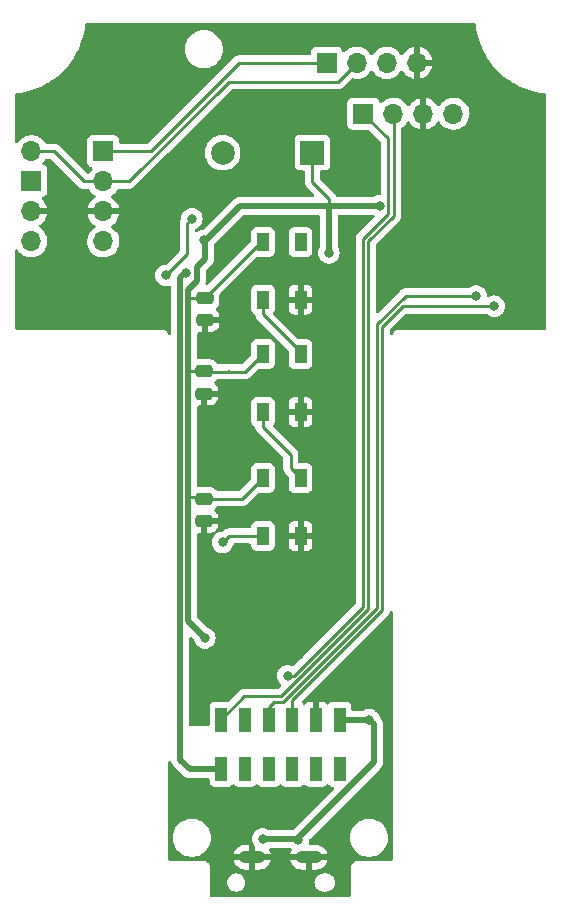
<source format=gbr>
%TF.GenerationSoftware,KiCad,Pcbnew,6.0.2+dfsg-1*%
%TF.CreationDate,2022-11-26T14:15:52-05:00*%
%TF.ProjectId,vindick,76696e64-6963-46b2-9e6b-696361645f70,rev?*%
%TF.SameCoordinates,Original*%
%TF.FileFunction,Copper,L2,Bot*%
%TF.FilePolarity,Positive*%
%FSLAX46Y46*%
G04 Gerber Fmt 4.6, Leading zero omitted, Abs format (unit mm)*
G04 Created by KiCad (PCBNEW 6.0.2+dfsg-1) date 2022-11-26 14:15:52*
%MOMM*%
%LPD*%
G01*
G04 APERTURE LIST*
G04 Aperture macros list*
%AMRoundRect*
0 Rectangle with rounded corners*
0 $1 Rounding radius*
0 $2 $3 $4 $5 $6 $7 $8 $9 X,Y pos of 4 corners*
0 Add a 4 corners polygon primitive as box body*
4,1,4,$2,$3,$4,$5,$6,$7,$8,$9,$2,$3,0*
0 Add four circle primitives for the rounded corners*
1,1,$1+$1,$2,$3*
1,1,$1+$1,$4,$5*
1,1,$1+$1,$6,$7*
1,1,$1+$1,$8,$9*
0 Add four rect primitives between the rounded corners*
20,1,$1+$1,$2,$3,$4,$5,0*
20,1,$1+$1,$4,$5,$6,$7,0*
20,1,$1+$1,$6,$7,$8,$9,0*
20,1,$1+$1,$8,$9,$2,$3,0*%
G04 Aperture macros list end*
%TA.AperFunction,ComponentPad*%
%ADD10R,1.700000X1.700000*%
%TD*%
%TA.AperFunction,ComponentPad*%
%ADD11O,1.700000X1.700000*%
%TD*%
%TA.AperFunction,ComponentPad*%
%ADD12R,2.000000X2.000000*%
%TD*%
%TA.AperFunction,ComponentPad*%
%ADD13C,2.000000*%
%TD*%
%TA.AperFunction,ConnectorPad*%
%ADD14R,1.000000X2.000000*%
%TD*%
%TA.AperFunction,ComponentPad*%
%ADD15O,2.200000X1.100000*%
%TD*%
%TA.AperFunction,SMDPad,CuDef*%
%ADD16RoundRect,0.250000X-0.475000X0.250000X-0.475000X-0.250000X0.475000X-0.250000X0.475000X0.250000X0*%
%TD*%
%TA.AperFunction,SMDPad,CuDef*%
%ADD17R,1.000000X1.500000*%
%TD*%
%TA.AperFunction,ViaPad*%
%ADD18C,0.800000*%
%TD*%
%TA.AperFunction,Conductor*%
%ADD19C,0.250000*%
%TD*%
%TA.AperFunction,Conductor*%
%ADD20C,0.500000*%
%TD*%
G04 APERTURE END LIST*
D10*
%TO.P,I2C1,1,Pin_1*%
%TO.N,/SDA*%
X38800000Y-70380000D03*
D11*
%TO.P,I2C1,2,Pin_2*%
%TO.N,/SCL*%
X38800000Y-67880000D03*
%TO.P,I2C1,3,Pin_3*%
%TO.N,GND*%
X38800000Y-72960000D03*
%TO.P,I2C1,4,Pin_4*%
%TO.N,Net-(C1-Pad1)*%
X38800000Y-75500000D03*
%TD*%
D12*
%TO.P,BZ1,1,-*%
%TO.N,VBUS*%
X62600000Y-68000000D03*
D13*
%TO.P,BZ1,2,+*%
%TO.N,Net-(BZ1-Pad2)*%
X55000000Y-68000000D03*
%TD*%
D14*
%TO.P,J3,1,Pin_1*%
%TO.N,unconnected-(J3-Pad1)*%
X64900000Y-120200000D03*
%TO.P,J3,2,Pin_2*%
%TO.N,unconnected-(J3-Pad2)*%
X62900000Y-120200000D03*
%TO.P,J3,3,Pin_3*%
%TO.N,unconnected-(J3-Pad3)*%
X60900000Y-120200000D03*
%TO.P,J3,4,Pin_4*%
%TO.N,/BUZZ*%
X58900000Y-120200000D03*
%TO.P,J3,5,Pin_5*%
%TO.N,/LIGHT*%
X56900000Y-120200000D03*
%TO.P,J3,6,Pin_6*%
%TO.N,+3V3*%
X54900000Y-120200000D03*
%TD*%
%TO.P,J2,1,Pin_1*%
%TO.N,VBUS*%
X64900000Y-116000000D03*
%TO.P,J2,2,Pin_2*%
%TO.N,GND*%
X62900000Y-116000000D03*
%TO.P,J2,3,Pin_3*%
%TO.N,/TXD*%
X60900000Y-116000000D03*
%TO.P,J2,4,Pin_4*%
%TO.N,/RXD*%
X58900000Y-116000000D03*
%TO.P,J2,5,Pin_5*%
%TO.N,/SDA*%
X56900000Y-116000000D03*
%TO.P,J2,6,Pin_6*%
%TO.N,/SCL*%
X54900000Y-116000000D03*
%TD*%
D15*
%TO.P,J1,S1,SHIELD*%
%TO.N,GND*%
X57500000Y-127650000D03*
%TO.P,J1,S3,SHIELD*%
X62300000Y-127650000D03*
%TD*%
D10*
%TO.P,I2C2,1,Pin_1*%
%TO.N,/SDA*%
X44900000Y-67900000D03*
D11*
%TO.P,I2C2,2,Pin_2*%
%TO.N,/SCL*%
X44900000Y-70440000D03*
%TO.P,I2C2,3,Pin_3*%
%TO.N,GND*%
X44900000Y-72980000D03*
%TO.P,I2C2,4,Pin_4*%
%TO.N,Net-(C4-Pad1)*%
X44900000Y-75520000D03*
%TD*%
D10*
%TO.P,I2C3,1,Pin_1*%
%TO.N,/SDA*%
X66920000Y-64700000D03*
D11*
%TO.P,I2C3,2,Pin_2*%
%TO.N,/SCL*%
X69460000Y-64700000D03*
%TO.P,I2C3,3,Pin_3*%
%TO.N,GND*%
X72000000Y-64700000D03*
%TO.P,I2C3,4,Pin_4*%
%TO.N,Net-(C6-Pad1)*%
X74540000Y-64700000D03*
%TD*%
D10*
%TO.P,I2C4,1,Pin_1*%
%TO.N,/SDA*%
X63800000Y-60400000D03*
D11*
%TO.P,I2C4,2,Pin_2*%
%TO.N,/SCL*%
X66340000Y-60400000D03*
%TO.P,I2C4,3,Pin_3*%
%TO.N,GND*%
X71420000Y-60400000D03*
%TO.P,I2C4,4,Pin_4*%
%TO.N,Net-(C9-Pad1)*%
X68880000Y-60400000D03*
%TD*%
D16*
%TO.P,C2,1*%
%TO.N,VBUS*%
X53400000Y-97300000D03*
%TO.P,C2,2*%
%TO.N,GND*%
X53400000Y-99200000D03*
%TD*%
%TO.P,C3,1*%
%TO.N,VBUS*%
X53400000Y-86500000D03*
%TO.P,C3,2*%
%TO.N,GND*%
X53400000Y-88400000D03*
%TD*%
%TO.P,C5,1*%
%TO.N,VBUS*%
X53500000Y-80300000D03*
%TO.P,C5,2*%
%TO.N,GND*%
X53500000Y-82200000D03*
%TD*%
D17*
%TO.P,D3,1,VDD*%
%TO.N,VBUS*%
X58400000Y-85050000D03*
%TO.P,D3,2,DOUT*%
%TO.N,Net-(D3-Pad2)*%
X61600000Y-85050000D03*
%TO.P,D3,3,VSS*%
%TO.N,GND*%
X61600000Y-89950000D03*
%TO.P,D3,4,DIN*%
%TO.N,Net-(D2-Pad2)*%
X58400000Y-89950000D03*
%TD*%
%TO.P,D4,1,VDD*%
%TO.N,VBUS*%
X58400000Y-75550000D03*
%TO.P,D4,2,DOUT*%
%TO.N,unconnected-(D4-Pad2)*%
X61600000Y-75550000D03*
%TO.P,D4,3,VSS*%
%TO.N,GND*%
X61600000Y-80450000D03*
%TO.P,D4,4,DIN*%
%TO.N,Net-(D3-Pad2)*%
X58400000Y-80450000D03*
%TD*%
%TO.P,D2,1,VDD*%
%TO.N,VBUS*%
X58400000Y-95550000D03*
%TO.P,D2,2,DOUT*%
%TO.N,Net-(D2-Pad2)*%
X61600000Y-95550000D03*
%TO.P,D2,3,VSS*%
%TO.N,GND*%
X61600000Y-100450000D03*
%TO.P,D2,4,DIN*%
%TO.N,/LIGHT*%
X58400000Y-100450000D03*
%TD*%
D18*
%TO.N,Net-(BZ1-Pad2)*%
X52400000Y-73600000D03*
X50200000Y-78400000D03*
%TO.N,VBUS*%
X58387347Y-126112653D03*
X53427227Y-75427227D03*
X61417654Y-126207652D03*
X64000000Y-76500000D03*
X68299998Y-72500000D03*
X53500000Y-109100000D03*
X67399998Y-116000000D03*
%TO.N,GND*%
X61500000Y-110500000D03*
X62000000Y-77500000D03*
X72100000Y-76900000D03*
X81500000Y-75500000D03*
X61500000Y-98500000D03*
X39500000Y-82000000D03*
X58000000Y-113000000D03*
X72000000Y-67500000D03*
X74000000Y-67500000D03*
X56500000Y-113000000D03*
X79500000Y-75500000D03*
X77000000Y-67500000D03*
X42000000Y-82000000D03*
X77000000Y-75500000D03*
X64000000Y-107800000D03*
X72200000Y-75300000D03*
X60000000Y-100500000D03*
X60000000Y-90000000D03*
X67800000Y-114100000D03*
X63000000Y-81500000D03*
X61500000Y-88000000D03*
%TO.N,+3V3*%
X51869933Y-78186604D03*
%TO.N,/TXD*%
X78000000Y-81000000D03*
%TO.N,/LIGHT*%
X55000000Y-101000000D03*
%TO.N,/SDA*%
X60500000Y-112300000D03*
%TO.N,/RXD*%
X76454000Y-80137000D03*
%TD*%
D19*
%TO.N,/SCL*%
X44900000Y-70440000D02*
X43262000Y-70440000D01*
X43262000Y-70440000D02*
X40702000Y-67880000D01*
X40702000Y-67880000D02*
X38800000Y-67880000D01*
%TO.N,/TXD*%
X78000000Y-81000000D02*
X70257718Y-81000000D01*
X70257718Y-81000000D02*
X68521520Y-82736198D01*
X60900000Y-114373530D02*
X60900000Y-116000000D01*
X68521520Y-82736198D02*
X68521520Y-106752009D01*
X68521520Y-106752009D02*
X60900000Y-114373530D01*
%TO.N,/RXD*%
X76454000Y-80137000D02*
X70485000Y-80137000D01*
X59309000Y-114499510D02*
X58900000Y-114908510D01*
X70485000Y-80137000D02*
X68072000Y-82550000D01*
X68072000Y-82550000D02*
X68072000Y-106565812D01*
X68072000Y-106565812D02*
X60138302Y-114499510D01*
X60138302Y-114499510D02*
X59309000Y-114499510D01*
X58900000Y-114908510D02*
X58900000Y-116000000D01*
%TO.N,Net-(BZ1-Pad2)*%
X52000000Y-76600000D02*
X52000000Y-74000000D01*
X52000000Y-74000000D02*
X52400000Y-73600000D01*
X50200000Y-78400000D02*
X52000000Y-76600000D01*
%TO.N,VBUS*%
X64000000Y-73500000D02*
X64000000Y-71900000D01*
D20*
X56500000Y-72500000D02*
X64000000Y-72500000D01*
X67799997Y-119610005D02*
X67799997Y-116399999D01*
X52100000Y-80400000D02*
X52100000Y-79600000D01*
X64000000Y-73500000D02*
X64000000Y-72500000D01*
X53500000Y-109100000D02*
X52100000Y-107700000D01*
X52100000Y-95600000D02*
X52100000Y-86600000D01*
D19*
X52100000Y-97200000D02*
X53300000Y-97200000D01*
X52200000Y-80300000D02*
X52100000Y-80400000D01*
X53500000Y-75500000D02*
X53427227Y-75427227D01*
D20*
X58400000Y-126100000D02*
X58387347Y-126112653D01*
X64900000Y-116000000D02*
X67399998Y-116000000D01*
D19*
X56900000Y-86550000D02*
X58400000Y-85050000D01*
D20*
X67799997Y-116399999D02*
X67399998Y-116000000D01*
X52100000Y-97200000D02*
X52100000Y-95600000D01*
D19*
X56650000Y-97300000D02*
X58400000Y-95550000D01*
D20*
X52100000Y-86600000D02*
X52100000Y-80400000D01*
X61310002Y-126100000D02*
X67799997Y-119610005D01*
D19*
X53400000Y-86500000D02*
X52200000Y-86500000D01*
X58250000Y-75550000D02*
X58400000Y-75550000D01*
D20*
X61310002Y-126100000D02*
X58400000Y-126100000D01*
D19*
X53450000Y-86550000D02*
X53400000Y-86500000D01*
D20*
X52800000Y-77700000D02*
X53500000Y-77000000D01*
X64000000Y-76500000D02*
X64000000Y-73500000D01*
D19*
X52200000Y-86500000D02*
X52100000Y-86600000D01*
D20*
X61310002Y-126100000D02*
X61417654Y-126207652D01*
D19*
X62600000Y-70500000D02*
X62600000Y-68000000D01*
X55650000Y-86550000D02*
X53450000Y-86550000D01*
X53400000Y-97300000D02*
X56650000Y-97300000D01*
X55650000Y-86550000D02*
X56900000Y-86550000D01*
D20*
X52100000Y-79600000D02*
X52800000Y-78900000D01*
D19*
X55450000Y-86500000D02*
X55500000Y-86550000D01*
X53500000Y-80300000D02*
X52200000Y-80300000D01*
D20*
X53500000Y-76500000D02*
X53500000Y-75500000D01*
X52800000Y-78900000D02*
X52800000Y-77700000D01*
X52100000Y-107700000D02*
X52100000Y-97200000D01*
D19*
X53500000Y-80300000D02*
X58250000Y-75550000D01*
X64000000Y-71900000D02*
X62600000Y-70500000D01*
D20*
X53500000Y-75500000D02*
X56500000Y-72500000D01*
X64000000Y-72500000D02*
X68299998Y-72500000D01*
D19*
X53300000Y-97200000D02*
X53400000Y-97300000D01*
X55500000Y-86550000D02*
X55650000Y-86550000D01*
D20*
X53500000Y-77000000D02*
X53500000Y-76500000D01*
%TO.N,+3V3*%
X54900000Y-120200000D02*
X52200000Y-120200000D01*
D19*
X51849990Y-78166661D02*
X51869933Y-78186604D01*
D20*
X51400000Y-78600000D02*
X51849990Y-78150010D01*
X52200000Y-120200000D02*
X51400000Y-119400000D01*
D19*
X51849990Y-78150010D02*
X51849990Y-78166661D01*
D20*
X51400000Y-119400000D02*
X51400000Y-78600000D01*
D19*
%TO.N,Net-(D2-Pad2)*%
X60774999Y-94724999D02*
X60774999Y-93574999D01*
X58400000Y-91200000D02*
X58400000Y-89950000D01*
X61600000Y-95550000D02*
X60774999Y-94724999D01*
X60774999Y-93574999D02*
X58400000Y-91200000D01*
%TO.N,Net-(D3-Pad2)*%
X58400000Y-81700000D02*
X58400000Y-80450000D01*
X61600000Y-85050000D02*
X61600000Y-84900000D01*
X61600000Y-84900000D02*
X58400000Y-81700000D01*
%TO.N,/LIGHT*%
X55000000Y-101000000D02*
X55550000Y-100450000D01*
X55550000Y-100450000D02*
X58400000Y-100450000D01*
%TO.N,/SCL*%
X67350010Y-106652085D02*
X67350010Y-75486400D01*
X69500000Y-64740000D02*
X69460000Y-64700000D01*
X47060000Y-70440000D02*
X55500000Y-62000000D01*
X55500000Y-62000000D02*
X64740000Y-62000000D01*
X67350010Y-75486400D02*
X69500000Y-73336410D01*
X44900000Y-70440000D02*
X47060000Y-70440000D01*
X54900000Y-116000000D02*
X56850010Y-114049990D01*
X59952105Y-114049990D02*
X67350010Y-106652085D01*
X69500000Y-73336410D02*
X69500000Y-64740000D01*
X56850010Y-114049990D02*
X59952105Y-114049990D01*
X64740000Y-62000000D02*
X66340000Y-60400000D01*
%TO.N,/SDA*%
X66900000Y-75300000D02*
X66900000Y-106465685D01*
X69024999Y-73175001D02*
X66900000Y-75300000D01*
X69024999Y-66804999D02*
X69024999Y-73175001D01*
X44900000Y-67900000D02*
X48900000Y-67900000D01*
X66920000Y-64700000D02*
X69024999Y-66804999D01*
X48900000Y-67900000D02*
X56400000Y-60400000D01*
X66900000Y-106465685D02*
X61065685Y-112300000D01*
X56400000Y-60400000D02*
X63800000Y-60400000D01*
X61065685Y-112300000D02*
X60500000Y-112300000D01*
%TD*%
%TA.AperFunction,Conductor*%
%TO.N,GND*%
G36*
X69303222Y-106786244D02*
G01*
X69362394Y-106825477D01*
X69390961Y-106890472D01*
X69392000Y-106906620D01*
X69392000Y-127866000D01*
X69371998Y-127934121D01*
X69318342Y-127980614D01*
X69266000Y-127992000D01*
X66408702Y-127992000D01*
X66407932Y-127991998D01*
X66407078Y-127991993D01*
X66330348Y-127991524D01*
X66321719Y-127993990D01*
X66321714Y-127993991D01*
X66301952Y-127999639D01*
X66285191Y-128003217D01*
X66264848Y-128006130D01*
X66264838Y-128006133D01*
X66255955Y-128007405D01*
X66232605Y-128018021D01*
X66215093Y-128024464D01*
X66207057Y-128026761D01*
X66190435Y-128031512D01*
X66165452Y-128047274D01*
X66150386Y-128055404D01*
X66123490Y-128067633D01*
X66104061Y-128084374D01*
X66089053Y-128095479D01*
X66067369Y-128109160D01*
X66061427Y-128115888D01*
X66047819Y-128131296D01*
X66035627Y-128143340D01*
X66013253Y-128162619D01*
X66008374Y-128170147D01*
X66008371Y-128170150D01*
X65999304Y-128184139D01*
X65988014Y-128199013D01*
X65971044Y-128218228D01*
X65958490Y-128244966D01*
X65950176Y-128259935D01*
X65934107Y-128284727D01*
X65931535Y-128293327D01*
X65926761Y-128309290D01*
X65920099Y-128326736D01*
X65909201Y-128349948D01*
X65904658Y-128379128D01*
X65900874Y-128395849D01*
X65894986Y-128415536D01*
X65894985Y-128415539D01*
X65892413Y-128424141D01*
X65892358Y-128433116D01*
X65892358Y-128433117D01*
X65892203Y-128458546D01*
X65892170Y-128459328D01*
X65892000Y-128460423D01*
X65892000Y-128491298D01*
X65891998Y-128492068D01*
X65891524Y-128569652D01*
X65891908Y-128570996D01*
X65892000Y-128572341D01*
X65892000Y-130866000D01*
X65871998Y-130934121D01*
X65818342Y-130980614D01*
X65766000Y-130992000D01*
X54034000Y-130992000D01*
X53965879Y-130971998D01*
X53919386Y-130918342D01*
X53908000Y-130866000D01*
X53908000Y-129794601D01*
X55376656Y-129794601D01*
X55377392Y-129801604D01*
X55377392Y-129801605D01*
X55393670Y-129956475D01*
X55394678Y-129966068D01*
X55450240Y-130129282D01*
X55540582Y-130276130D01*
X55545513Y-130281165D01*
X55545515Y-130281168D01*
X55604016Y-130340907D01*
X55661212Y-130399313D01*
X55806136Y-130492710D01*
X55812756Y-130495120D01*
X55812759Y-130495121D01*
X55961531Y-130549270D01*
X55968150Y-130551679D01*
X56101301Y-130568500D01*
X56193354Y-130568500D01*
X56321337Y-130554144D01*
X56327983Y-130551830D01*
X56327986Y-130551829D01*
X56477511Y-130499759D01*
X56484159Y-130497444D01*
X56490130Y-130493713D01*
X56490132Y-130493712D01*
X56624399Y-130409813D01*
X56630373Y-130406080D01*
X56696002Y-130340907D01*
X56747714Y-130289555D01*
X56747717Y-130289551D01*
X56752711Y-130284592D01*
X56845094Y-130139020D01*
X56902930Y-129976598D01*
X56903763Y-129969612D01*
X56903764Y-129969608D01*
X56922510Y-129812392D01*
X56923344Y-129805399D01*
X56922777Y-129800002D01*
X62776776Y-129800002D01*
X62777465Y-129804812D01*
X62777465Y-129804813D01*
X62777548Y-129805390D01*
X62777547Y-129805399D01*
X62777548Y-129805399D01*
X62781213Y-129830991D01*
X62781879Y-129836499D01*
X62793112Y-129950553D01*
X62794907Y-129956471D01*
X62794908Y-129956475D01*
X62803025Y-129983232D01*
X62837027Y-130095322D01*
X62839944Y-130100780D01*
X62839946Y-130100784D01*
X62858388Y-130135286D01*
X62908341Y-130228742D01*
X63004314Y-130345686D01*
X63121258Y-130441659D01*
X63171138Y-130468320D01*
X63249216Y-130510054D01*
X63249220Y-130510056D01*
X63254678Y-130512973D01*
X63260598Y-130514769D01*
X63260601Y-130514770D01*
X63393525Y-130555092D01*
X63393529Y-130555093D01*
X63399447Y-130556888D01*
X63405608Y-130557495D01*
X63405609Y-130557495D01*
X63496029Y-130566401D01*
X63504579Y-130567540D01*
X63532660Y-130572264D01*
X63532672Y-130572265D01*
X63537463Y-130573071D01*
X63543818Y-130573149D01*
X63545143Y-130573165D01*
X63545147Y-130573165D01*
X63550002Y-130573224D01*
X63576955Y-130569364D01*
X63600677Y-130568421D01*
X63601301Y-130568500D01*
X63693354Y-130568500D01*
X63693354Y-130568550D01*
X63719069Y-130569977D01*
X63737459Y-130573071D01*
X63743597Y-130573146D01*
X63745133Y-130573165D01*
X63745138Y-130573165D01*
X63749998Y-130573224D01*
X63754816Y-130572534D01*
X63754818Y-130572534D01*
X63780987Y-130568787D01*
X63786495Y-130568122D01*
X63894391Y-130557495D01*
X63894392Y-130557495D01*
X63900553Y-130556888D01*
X63906471Y-130555093D01*
X63906475Y-130555092D01*
X64039399Y-130514770D01*
X64039402Y-130514769D01*
X64045322Y-130512973D01*
X64050780Y-130510056D01*
X64050784Y-130510054D01*
X64128862Y-130468320D01*
X64178742Y-130441659D01*
X64295686Y-130345686D01*
X64391659Y-130228742D01*
X64441612Y-130135286D01*
X64460054Y-130100784D01*
X64460056Y-130100780D01*
X64462973Y-130095322D01*
X64496975Y-129983232D01*
X64505092Y-129956475D01*
X64505093Y-129956471D01*
X64506888Y-129950553D01*
X64516401Y-129853964D01*
X64517540Y-129845414D01*
X64519506Y-129833727D01*
X64519507Y-129833722D01*
X64523071Y-129812541D01*
X64523224Y-129800002D01*
X64523224Y-129799998D01*
X64518787Y-129769014D01*
X64518123Y-129763519D01*
X64507495Y-129655610D01*
X64506888Y-129649447D01*
X64498988Y-129623402D01*
X64464770Y-129510601D01*
X64464769Y-129510598D01*
X64462973Y-129504678D01*
X64443167Y-129467622D01*
X64394575Y-129376714D01*
X64391659Y-129371258D01*
X64295686Y-129254314D01*
X64178742Y-129158341D01*
X64083232Y-129107290D01*
X64050784Y-129089946D01*
X64050780Y-129089944D01*
X64045322Y-129087027D01*
X64039402Y-129085231D01*
X64039399Y-129085230D01*
X63906475Y-129044908D01*
X63906471Y-129044907D01*
X63900553Y-129043112D01*
X63894392Y-129042505D01*
X63894391Y-129042505D01*
X63803971Y-129033599D01*
X63795421Y-129032460D01*
X63767340Y-129027736D01*
X63767328Y-129027735D01*
X63762537Y-129026929D01*
X63756182Y-129026851D01*
X63754857Y-129026835D01*
X63754853Y-129026835D01*
X63749998Y-129026776D01*
X63723045Y-129030636D01*
X63699323Y-129031579D01*
X63698699Y-129031500D01*
X63606646Y-129031500D01*
X63606646Y-129031450D01*
X63580931Y-129030023D01*
X63562541Y-129026929D01*
X63556403Y-129026854D01*
X63554867Y-129026835D01*
X63554862Y-129026835D01*
X63550002Y-129026776D01*
X63545184Y-129027466D01*
X63545182Y-129027466D01*
X63519013Y-129031213D01*
X63513505Y-129031878D01*
X63405609Y-129042505D01*
X63405608Y-129042505D01*
X63399447Y-129043112D01*
X63393529Y-129044907D01*
X63393525Y-129044908D01*
X63260601Y-129085230D01*
X63260598Y-129085231D01*
X63254678Y-129087027D01*
X63249220Y-129089944D01*
X63249216Y-129089946D01*
X63216768Y-129107290D01*
X63121258Y-129158341D01*
X63004314Y-129254314D01*
X62908341Y-129371258D01*
X62905425Y-129376714D01*
X62856834Y-129467622D01*
X62837027Y-129504678D01*
X62835231Y-129510598D01*
X62835230Y-129510601D01*
X62801013Y-129623402D01*
X62793112Y-129649447D01*
X62792505Y-129655610D01*
X62783600Y-129746022D01*
X62782461Y-129754576D01*
X62780029Y-129769032D01*
X62776929Y-129787459D01*
X62776929Y-129787463D01*
X62776776Y-129800002D01*
X56922777Y-129800002D01*
X56921459Y-129787463D01*
X56906058Y-129640932D01*
X56906057Y-129640930D01*
X56905322Y-129633932D01*
X56849760Y-129470718D01*
X56759418Y-129323870D01*
X56754487Y-129318835D01*
X56754485Y-129318832D01*
X56643716Y-129205719D01*
X56643715Y-129205718D01*
X56638788Y-129200687D01*
X56493864Y-129107290D01*
X56487244Y-129104880D01*
X56487241Y-129104879D01*
X56338469Y-129050730D01*
X56338468Y-129050730D01*
X56331850Y-129048321D01*
X56198699Y-129031500D01*
X56106646Y-129031500D01*
X55978663Y-129045856D01*
X55972017Y-129048170D01*
X55972014Y-129048171D01*
X55865595Y-129085230D01*
X55815841Y-129102556D01*
X55809870Y-129106287D01*
X55809868Y-129106288D01*
X55720286Y-129162265D01*
X55669627Y-129193920D01*
X55612760Y-129250392D01*
X55552286Y-129310445D01*
X55552283Y-129310449D01*
X55547289Y-129315408D01*
X55454906Y-129460980D01*
X55397070Y-129623402D01*
X55396237Y-129630388D01*
X55396236Y-129630392D01*
X55393964Y-129649447D01*
X55376656Y-129794601D01*
X53908000Y-129794601D01*
X53908000Y-128508702D01*
X53908002Y-128507932D01*
X53908421Y-128439322D01*
X53908476Y-128430348D01*
X53906010Y-128421719D01*
X53906009Y-128421714D01*
X53900361Y-128401952D01*
X53896783Y-128385191D01*
X53893870Y-128364848D01*
X53893867Y-128364838D01*
X53892595Y-128355955D01*
X53881979Y-128332605D01*
X53875536Y-128315093D01*
X53870954Y-128299063D01*
X53868488Y-128290435D01*
X53852726Y-128265452D01*
X53844596Y-128250386D01*
X53832367Y-128223490D01*
X53815626Y-128204061D01*
X53804521Y-128189053D01*
X53795630Y-128174961D01*
X53790840Y-128167369D01*
X53768703Y-128147818D01*
X53756659Y-128135626D01*
X53743239Y-128120051D01*
X53743237Y-128120050D01*
X53737381Y-128113253D01*
X53729853Y-128108374D01*
X53729850Y-128108371D01*
X53715861Y-128099304D01*
X53700987Y-128088014D01*
X53688502Y-128076988D01*
X53681772Y-128071044D01*
X53673646Y-128067229D01*
X53673645Y-128067228D01*
X53667979Y-128064568D01*
X53655034Y-128058490D01*
X53640065Y-128050176D01*
X53615273Y-128034107D01*
X53590709Y-128026761D01*
X53573264Y-128020099D01*
X53568827Y-128018016D01*
X53550052Y-128009201D01*
X53520870Y-128004657D01*
X53504151Y-128000874D01*
X53484464Y-127994986D01*
X53484461Y-127994985D01*
X53475859Y-127992413D01*
X53466884Y-127992358D01*
X53466883Y-127992358D01*
X53460190Y-127992317D01*
X53441444Y-127992203D01*
X53440672Y-127992170D01*
X53439577Y-127992000D01*
X53408702Y-127992000D01*
X53407932Y-127991998D01*
X53334284Y-127991548D01*
X53334283Y-127991548D01*
X53330348Y-127991524D01*
X53329004Y-127991908D01*
X53327659Y-127992000D01*
X50534000Y-127992000D01*
X50465879Y-127971998D01*
X50419386Y-127918342D01*
X50418826Y-127915768D01*
X55925302Y-127915768D01*
X55962554Y-128042342D01*
X55967147Y-128053710D01*
X56057566Y-128226666D01*
X56064282Y-128236928D01*
X56186568Y-128389020D01*
X56195152Y-128397786D01*
X56344656Y-128523236D01*
X56354767Y-128530160D01*
X56525798Y-128624184D01*
X56537062Y-128629012D01*
X56723095Y-128688025D01*
X56735084Y-128690573D01*
X56886947Y-128707607D01*
X56893971Y-128708000D01*
X57227885Y-128708000D01*
X57243124Y-128703525D01*
X57244329Y-128702135D01*
X57246000Y-128694452D01*
X57246000Y-128689885D01*
X57754000Y-128689885D01*
X57758475Y-128705124D01*
X57759865Y-128706329D01*
X57767548Y-128708000D01*
X58099124Y-128708000D01*
X58105272Y-128707699D01*
X58250361Y-128693473D01*
X58262396Y-128691090D01*
X58449223Y-128634683D01*
X58460565Y-128630008D01*
X58632879Y-128538388D01*
X58643095Y-128531601D01*
X58794335Y-128408253D01*
X58803039Y-128399609D01*
X58927438Y-128249237D01*
X58934297Y-128239069D01*
X59027121Y-128067393D01*
X59031871Y-128056093D01*
X59073595Y-127921307D01*
X59073676Y-127915768D01*
X60725302Y-127915768D01*
X60762554Y-128042342D01*
X60767147Y-128053710D01*
X60857566Y-128226666D01*
X60864282Y-128236928D01*
X60986568Y-128389020D01*
X60995152Y-128397786D01*
X61144656Y-128523236D01*
X61154767Y-128530160D01*
X61325798Y-128624184D01*
X61337062Y-128629012D01*
X61523095Y-128688025D01*
X61535084Y-128690573D01*
X61686947Y-128707607D01*
X61693971Y-128708000D01*
X62027885Y-128708000D01*
X62043124Y-128703525D01*
X62044329Y-128702135D01*
X62046000Y-128694452D01*
X62046000Y-128689885D01*
X62554000Y-128689885D01*
X62558475Y-128705124D01*
X62559865Y-128706329D01*
X62567548Y-128708000D01*
X62899124Y-128708000D01*
X62905272Y-128707699D01*
X63050361Y-128693473D01*
X63062396Y-128691090D01*
X63249223Y-128634683D01*
X63260565Y-128630008D01*
X63432879Y-128538388D01*
X63443095Y-128531601D01*
X63594335Y-128408253D01*
X63603039Y-128399609D01*
X63727438Y-128249237D01*
X63734297Y-128239069D01*
X63827121Y-128067393D01*
X63831871Y-128056093D01*
X63873595Y-127921307D01*
X63873801Y-127907205D01*
X63867045Y-127904000D01*
X62572115Y-127904000D01*
X62556876Y-127908475D01*
X62555671Y-127909865D01*
X62554000Y-127917548D01*
X62554000Y-128689885D01*
X62046000Y-128689885D01*
X62046000Y-127922115D01*
X62041525Y-127906876D01*
X62040135Y-127905671D01*
X62032452Y-127904000D01*
X60739953Y-127904000D01*
X60726422Y-127907973D01*
X60725302Y-127915768D01*
X59073676Y-127915768D01*
X59073801Y-127907205D01*
X59067045Y-127904000D01*
X57772115Y-127904000D01*
X57756876Y-127908475D01*
X57755671Y-127909865D01*
X57754000Y-127917548D01*
X57754000Y-128689885D01*
X57246000Y-128689885D01*
X57246000Y-127922115D01*
X57241525Y-127906876D01*
X57240135Y-127905671D01*
X57232452Y-127904000D01*
X55939953Y-127904000D01*
X55926422Y-127907973D01*
X55925302Y-127915768D01*
X50418826Y-127915768D01*
X50408000Y-127866000D01*
X50408000Y-126000000D01*
X50786526Y-126000000D01*
X50806391Y-126252403D01*
X50807545Y-126257210D01*
X50807546Y-126257216D01*
X50839669Y-126391017D01*
X50865495Y-126498591D01*
X50867388Y-126503162D01*
X50867389Y-126503164D01*
X50936492Y-126669992D01*
X50962384Y-126732502D01*
X51094672Y-126948376D01*
X51259102Y-127140898D01*
X51451624Y-127305328D01*
X51667498Y-127437616D01*
X51672068Y-127439509D01*
X51672072Y-127439511D01*
X51896836Y-127532611D01*
X51901409Y-127534505D01*
X51986032Y-127554821D01*
X52142784Y-127592454D01*
X52142790Y-127592455D01*
X52147597Y-127593609D01*
X52247416Y-127601465D01*
X52334345Y-127608307D01*
X52334352Y-127608307D01*
X52336801Y-127608500D01*
X52463199Y-127608500D01*
X52465648Y-127608307D01*
X52465655Y-127608307D01*
X52552584Y-127601465D01*
X52652403Y-127593609D01*
X52657210Y-127592455D01*
X52657216Y-127592454D01*
X52813968Y-127554821D01*
X52898591Y-127534505D01*
X52903164Y-127532611D01*
X53127928Y-127439511D01*
X53127932Y-127439509D01*
X53132502Y-127437616D01*
X53205643Y-127392795D01*
X55926199Y-127392795D01*
X55932955Y-127396000D01*
X57227885Y-127396000D01*
X57243124Y-127391525D01*
X57244329Y-127390135D01*
X57246000Y-127382452D01*
X57246000Y-126610115D01*
X57241525Y-126594876D01*
X57240135Y-126593671D01*
X57232452Y-126592000D01*
X56900876Y-126592000D01*
X56894728Y-126592301D01*
X56749639Y-126606527D01*
X56737604Y-126608910D01*
X56550777Y-126665317D01*
X56539435Y-126669992D01*
X56367121Y-126761612D01*
X56356905Y-126768399D01*
X56205665Y-126891747D01*
X56196961Y-126900391D01*
X56072562Y-127050763D01*
X56065703Y-127060931D01*
X55972879Y-127232607D01*
X55968129Y-127243907D01*
X55926405Y-127378693D01*
X55926199Y-127392795D01*
X53205643Y-127392795D01*
X53348376Y-127305328D01*
X53540898Y-127140898D01*
X53705328Y-126948376D01*
X53837616Y-126732502D01*
X53863509Y-126669992D01*
X53932611Y-126503164D01*
X53932612Y-126503162D01*
X53934505Y-126498591D01*
X53960331Y-126391017D01*
X53992454Y-126257216D01*
X53992455Y-126257210D01*
X53993609Y-126252403D01*
X54013474Y-126000000D01*
X53993609Y-125747597D01*
X53934505Y-125501409D01*
X53932611Y-125496836D01*
X53839511Y-125272072D01*
X53839509Y-125272068D01*
X53837616Y-125267498D01*
X53705328Y-125051624D01*
X53540898Y-124859102D01*
X53348376Y-124694672D01*
X53132502Y-124562384D01*
X53127932Y-124560491D01*
X53127928Y-124560489D01*
X52903164Y-124467389D01*
X52903162Y-124467388D01*
X52898591Y-124465495D01*
X52813968Y-124445179D01*
X52657216Y-124407546D01*
X52657210Y-124407545D01*
X52652403Y-124406391D01*
X52552584Y-124398535D01*
X52465655Y-124391693D01*
X52465648Y-124391693D01*
X52463199Y-124391500D01*
X52336801Y-124391500D01*
X52334352Y-124391693D01*
X52334345Y-124391693D01*
X52247416Y-124398535D01*
X52147597Y-124406391D01*
X52142790Y-124407545D01*
X52142784Y-124407546D01*
X51986032Y-124445179D01*
X51901409Y-124465495D01*
X51896838Y-124467388D01*
X51896836Y-124467389D01*
X51672072Y-124560489D01*
X51672068Y-124560491D01*
X51667498Y-124562384D01*
X51451624Y-124694672D01*
X51259102Y-124859102D01*
X51094672Y-125051624D01*
X50962384Y-125267498D01*
X50960491Y-125272068D01*
X50960489Y-125272072D01*
X50867389Y-125496836D01*
X50865495Y-125501409D01*
X50806391Y-125747597D01*
X50786526Y-126000000D01*
X50408000Y-126000000D01*
X50408000Y-119600148D01*
X50428002Y-119532027D01*
X50481658Y-119485534D01*
X50551932Y-119475430D01*
X50616512Y-119504924D01*
X50656213Y-119570488D01*
X50656818Y-119575681D01*
X50681735Y-119644327D01*
X50683152Y-119648455D01*
X50705649Y-119717899D01*
X50709445Y-119724154D01*
X50711951Y-119729628D01*
X50714670Y-119735058D01*
X50717167Y-119741937D01*
X50721180Y-119748057D01*
X50721180Y-119748058D01*
X50757186Y-119802976D01*
X50759523Y-119806680D01*
X50797405Y-119869107D01*
X50801121Y-119873315D01*
X50801122Y-119873316D01*
X50804803Y-119877484D01*
X50804776Y-119877508D01*
X50807429Y-119880500D01*
X50810132Y-119883733D01*
X50814144Y-119889852D01*
X50819456Y-119894884D01*
X50870383Y-119943128D01*
X50872825Y-119945506D01*
X51616230Y-120688911D01*
X51628616Y-120703323D01*
X51637149Y-120714918D01*
X51637154Y-120714923D01*
X51641492Y-120720818D01*
X51647070Y-120725557D01*
X51647073Y-120725560D01*
X51681768Y-120755035D01*
X51689284Y-120761965D01*
X51694979Y-120767660D01*
X51697861Y-120769940D01*
X51717251Y-120785281D01*
X51720655Y-120788072D01*
X51770703Y-120830591D01*
X51776285Y-120835333D01*
X51782801Y-120838661D01*
X51787850Y-120842028D01*
X51792979Y-120845195D01*
X51798716Y-120849734D01*
X51864875Y-120880655D01*
X51868769Y-120882558D01*
X51933808Y-120915769D01*
X51940917Y-120917508D01*
X51946551Y-120919604D01*
X51952321Y-120921523D01*
X51958950Y-120924622D01*
X51966113Y-120926112D01*
X51966116Y-120926113D01*
X52016830Y-120936661D01*
X52030435Y-120939491D01*
X52034701Y-120940457D01*
X52105610Y-120957808D01*
X52111212Y-120958156D01*
X52111215Y-120958156D01*
X52116764Y-120958500D01*
X52116762Y-120958535D01*
X52120734Y-120958775D01*
X52124955Y-120959152D01*
X52132115Y-120960641D01*
X52209542Y-120958546D01*
X52212950Y-120958500D01*
X53765500Y-120958500D01*
X53833621Y-120978502D01*
X53880114Y-121032158D01*
X53891500Y-121084500D01*
X53891500Y-121248134D01*
X53898255Y-121310316D01*
X53949385Y-121446705D01*
X54036739Y-121563261D01*
X54153295Y-121650615D01*
X54289684Y-121701745D01*
X54351866Y-121708500D01*
X55448134Y-121708500D01*
X55510316Y-121701745D01*
X55646705Y-121650615D01*
X55763261Y-121563261D01*
X55799176Y-121515340D01*
X55856033Y-121472827D01*
X55926851Y-121467801D01*
X55989145Y-121501861D01*
X56000817Y-121515330D01*
X56036739Y-121563261D01*
X56153295Y-121650615D01*
X56289684Y-121701745D01*
X56351866Y-121708500D01*
X57448134Y-121708500D01*
X57510316Y-121701745D01*
X57646705Y-121650615D01*
X57763261Y-121563261D01*
X57799176Y-121515340D01*
X57856033Y-121472827D01*
X57926851Y-121467801D01*
X57989145Y-121501861D01*
X58000817Y-121515330D01*
X58036739Y-121563261D01*
X58153295Y-121650615D01*
X58289684Y-121701745D01*
X58351866Y-121708500D01*
X59448134Y-121708500D01*
X59510316Y-121701745D01*
X59646705Y-121650615D01*
X59763261Y-121563261D01*
X59799176Y-121515340D01*
X59856033Y-121472827D01*
X59926851Y-121467801D01*
X59989145Y-121501861D01*
X60000817Y-121515330D01*
X60036739Y-121563261D01*
X60153295Y-121650615D01*
X60289684Y-121701745D01*
X60351866Y-121708500D01*
X61448134Y-121708500D01*
X61510316Y-121701745D01*
X61646705Y-121650615D01*
X61763261Y-121563261D01*
X61799176Y-121515340D01*
X61856033Y-121472827D01*
X61926851Y-121467801D01*
X61989145Y-121501861D01*
X62000817Y-121515330D01*
X62036739Y-121563261D01*
X62153295Y-121650615D01*
X62289684Y-121701745D01*
X62351866Y-121708500D01*
X63448134Y-121708500D01*
X63510316Y-121701745D01*
X63646705Y-121650615D01*
X63763261Y-121563261D01*
X63799176Y-121515340D01*
X63856033Y-121472827D01*
X63926851Y-121467801D01*
X63989145Y-121501861D01*
X64000817Y-121515330D01*
X64036739Y-121563261D01*
X64153295Y-121650615D01*
X64289684Y-121701745D01*
X64333924Y-121706551D01*
X64340239Y-121707237D01*
X64405801Y-121734479D01*
X64446227Y-121792842D01*
X64448682Y-121863796D01*
X64415726Y-121921595D01*
X61032726Y-125304595D01*
X60970414Y-125338621D01*
X60943631Y-125341500D01*
X58911061Y-125341500D01*
X58848509Y-125324739D01*
X58844099Y-125321535D01*
X58838069Y-125318850D01*
X58675666Y-125246544D01*
X58675665Y-125246544D01*
X58669635Y-125243859D01*
X58576235Y-125224006D01*
X58489291Y-125205525D01*
X58489286Y-125205525D01*
X58482834Y-125204153D01*
X58291860Y-125204153D01*
X58285408Y-125205525D01*
X58285403Y-125205525D01*
X58198459Y-125224006D01*
X58105059Y-125243859D01*
X58099029Y-125246544D01*
X58099028Y-125246544D01*
X57936625Y-125318850D01*
X57936623Y-125318851D01*
X57930595Y-125321535D01*
X57925254Y-125325415D01*
X57925253Y-125325416D01*
X57875190Y-125361789D01*
X57776094Y-125433787D01*
X57648307Y-125575709D01*
X57552820Y-125741097D01*
X57493805Y-125922725D01*
X57473843Y-126112653D01*
X57474533Y-126119218D01*
X57488013Y-126247469D01*
X57493805Y-126302581D01*
X57552820Y-126484209D01*
X57648307Y-126649597D01*
X57721637Y-126731039D01*
X57752353Y-126795044D01*
X57754000Y-126815347D01*
X57754000Y-127377885D01*
X57758475Y-127393124D01*
X57759865Y-127394329D01*
X57767548Y-127396000D01*
X59060047Y-127396000D01*
X59073578Y-127392027D01*
X59074698Y-127384232D01*
X59037446Y-127257658D01*
X59032853Y-127246290D01*
X58942434Y-127073334D01*
X58932346Y-127057919D01*
X58933441Y-127057202D01*
X58908927Y-126997826D01*
X58921612Y-126927972D01*
X58970049Y-126876065D01*
X59034220Y-126858500D01*
X60727949Y-126858500D01*
X60796070Y-126878502D01*
X60806034Y-126886110D01*
X60806401Y-126886518D01*
X60827446Y-126901808D01*
X60870800Y-126958030D01*
X60876875Y-127028766D01*
X60864221Y-127063672D01*
X60772879Y-127232607D01*
X60768129Y-127243907D01*
X60726405Y-127378693D01*
X60726199Y-127392795D01*
X60732955Y-127396000D01*
X63860047Y-127396000D01*
X63873578Y-127392027D01*
X63874698Y-127384232D01*
X63837446Y-127257658D01*
X63832853Y-127246290D01*
X63742434Y-127073334D01*
X63735718Y-127063072D01*
X63613432Y-126910980D01*
X63604848Y-126902214D01*
X63455344Y-126776764D01*
X63445233Y-126769840D01*
X63274202Y-126675816D01*
X63262938Y-126670988D01*
X63076905Y-126611975D01*
X63064916Y-126609427D01*
X62913053Y-126592393D01*
X62906029Y-126592000D01*
X62421449Y-126592000D01*
X62353328Y-126571998D01*
X62306835Y-126518342D01*
X62296731Y-126448068D01*
X62301616Y-126427064D01*
X62309156Y-126403858D01*
X62311196Y-126397580D01*
X62321871Y-126296018D01*
X62330468Y-126214217D01*
X62331158Y-126207652D01*
X62330725Y-126203530D01*
X62350470Y-126136284D01*
X62367373Y-126115310D01*
X62482683Y-126000000D01*
X65786526Y-126000000D01*
X65806391Y-126252403D01*
X65807545Y-126257210D01*
X65807546Y-126257216D01*
X65839669Y-126391017D01*
X65865495Y-126498591D01*
X65867388Y-126503162D01*
X65867389Y-126503164D01*
X65936492Y-126669992D01*
X65962384Y-126732502D01*
X66094672Y-126948376D01*
X66259102Y-127140898D01*
X66451624Y-127305328D01*
X66667498Y-127437616D01*
X66672068Y-127439509D01*
X66672072Y-127439511D01*
X66896836Y-127532611D01*
X66901409Y-127534505D01*
X66986032Y-127554821D01*
X67142784Y-127592454D01*
X67142790Y-127592455D01*
X67147597Y-127593609D01*
X67247416Y-127601465D01*
X67334345Y-127608307D01*
X67334352Y-127608307D01*
X67336801Y-127608500D01*
X67463199Y-127608500D01*
X67465648Y-127608307D01*
X67465655Y-127608307D01*
X67552584Y-127601465D01*
X67652403Y-127593609D01*
X67657210Y-127592455D01*
X67657216Y-127592454D01*
X67813968Y-127554821D01*
X67898591Y-127534505D01*
X67903164Y-127532611D01*
X68127928Y-127439511D01*
X68127932Y-127439509D01*
X68132502Y-127437616D01*
X68348376Y-127305328D01*
X68540898Y-127140898D01*
X68705328Y-126948376D01*
X68837616Y-126732502D01*
X68863509Y-126669992D01*
X68932611Y-126503164D01*
X68932612Y-126503162D01*
X68934505Y-126498591D01*
X68960331Y-126391017D01*
X68992454Y-126257216D01*
X68992455Y-126257210D01*
X68993609Y-126252403D01*
X69013474Y-126000000D01*
X68993609Y-125747597D01*
X68934505Y-125501409D01*
X68932611Y-125496836D01*
X68839511Y-125272072D01*
X68839509Y-125272068D01*
X68837616Y-125267498D01*
X68705328Y-125051624D01*
X68540898Y-124859102D01*
X68348376Y-124694672D01*
X68132502Y-124562384D01*
X68127932Y-124560491D01*
X68127928Y-124560489D01*
X67903164Y-124467389D01*
X67903162Y-124467388D01*
X67898591Y-124465495D01*
X67813968Y-124445179D01*
X67657216Y-124407546D01*
X67657210Y-124407545D01*
X67652403Y-124406391D01*
X67552584Y-124398535D01*
X67465655Y-124391693D01*
X67465648Y-124391693D01*
X67463199Y-124391500D01*
X67336801Y-124391500D01*
X67334352Y-124391693D01*
X67334345Y-124391693D01*
X67247416Y-124398535D01*
X67147597Y-124406391D01*
X67142790Y-124407545D01*
X67142784Y-124407546D01*
X66986032Y-124445179D01*
X66901409Y-124465495D01*
X66896838Y-124467388D01*
X66896836Y-124467389D01*
X66672072Y-124560489D01*
X66672068Y-124560491D01*
X66667498Y-124562384D01*
X66451624Y-124694672D01*
X66259102Y-124859102D01*
X66094672Y-125051624D01*
X65962384Y-125267498D01*
X65960491Y-125272068D01*
X65960489Y-125272072D01*
X65867389Y-125496836D01*
X65865495Y-125501409D01*
X65806391Y-125747597D01*
X65786526Y-126000000D01*
X62482683Y-126000000D01*
X68288908Y-120193775D01*
X68303320Y-120181389D01*
X68314915Y-120172856D01*
X68314920Y-120172851D01*
X68320815Y-120168513D01*
X68325554Y-120162935D01*
X68325557Y-120162932D01*
X68355032Y-120128237D01*
X68361962Y-120120721D01*
X68367657Y-120115026D01*
X68385278Y-120092754D01*
X68388069Y-120089350D01*
X68430588Y-120039302D01*
X68430589Y-120039300D01*
X68435330Y-120033720D01*
X68438658Y-120027204D01*
X68442025Y-120022155D01*
X68445192Y-120017026D01*
X68449731Y-120011289D01*
X68480652Y-119945130D01*
X68482558Y-119941230D01*
X68515766Y-119876197D01*
X68517505Y-119869089D01*
X68519604Y-119863446D01*
X68521521Y-119857683D01*
X68524619Y-119851055D01*
X68539484Y-119779588D01*
X68540454Y-119775304D01*
X68551698Y-119729352D01*
X68557805Y-119704395D01*
X68558497Y-119693241D01*
X68558533Y-119693243D01*
X68558772Y-119689250D01*
X68559146Y-119685058D01*
X68560637Y-119677890D01*
X68558543Y-119600484D01*
X68558497Y-119597077D01*
X68558497Y-116467069D01*
X68559930Y-116448119D01*
X68562096Y-116433884D01*
X68562096Y-116433880D01*
X68563196Y-116426650D01*
X68558912Y-116373981D01*
X68558497Y-116363766D01*
X68558497Y-116355706D01*
X68555208Y-116327492D01*
X68554775Y-116323117D01*
X68549451Y-116257660D01*
X68549450Y-116257657D01*
X68548857Y-116250362D01*
X68546601Y-116243398D01*
X68545410Y-116237439D01*
X68544026Y-116231584D01*
X68543179Y-116224318D01*
X68518262Y-116155672D01*
X68516845Y-116151544D01*
X68496604Y-116089063D01*
X68496603Y-116089061D01*
X68494348Y-116082100D01*
X68490552Y-116075845D01*
X68488046Y-116070371D01*
X68485327Y-116064941D01*
X68482830Y-116058062D01*
X68442811Y-115997023D01*
X68440464Y-115993304D01*
X68402592Y-115930892D01*
X68395194Y-115922515D01*
X68395221Y-115922491D01*
X68392568Y-115919499D01*
X68389865Y-115916266D01*
X68385853Y-115910147D01*
X68329614Y-115856871D01*
X68327172Y-115854493D01*
X68320123Y-115847444D01*
X68289385Y-115797285D01*
X68236567Y-115634729D01*
X68234525Y-115628444D01*
X68139038Y-115463056D01*
X68011251Y-115321134D01*
X67901645Y-115241500D01*
X67862092Y-115212763D01*
X67862091Y-115212762D01*
X67856750Y-115208882D01*
X67850722Y-115206198D01*
X67850720Y-115206197D01*
X67688317Y-115133891D01*
X67688316Y-115133891D01*
X67682286Y-115131206D01*
X67588886Y-115111353D01*
X67501942Y-115092872D01*
X67501937Y-115092872D01*
X67495485Y-115091500D01*
X67304511Y-115091500D01*
X67298059Y-115092872D01*
X67298054Y-115092872D01*
X67211110Y-115111353D01*
X67117710Y-115131206D01*
X67111680Y-115133891D01*
X67111679Y-115133891D01*
X66949276Y-115206197D01*
X66949274Y-115206198D01*
X66943246Y-115208882D01*
X66937907Y-115212761D01*
X66937900Y-115212765D01*
X66931470Y-115217437D01*
X66857411Y-115241500D01*
X66034500Y-115241500D01*
X65966379Y-115221498D01*
X65919886Y-115167842D01*
X65908500Y-115115500D01*
X65908500Y-114951866D01*
X65901745Y-114889684D01*
X65850615Y-114753295D01*
X65763261Y-114636739D01*
X65646705Y-114549385D01*
X65510316Y-114498255D01*
X65448134Y-114491500D01*
X64351866Y-114491500D01*
X64289684Y-114498255D01*
X64153295Y-114549385D01*
X64036739Y-114636739D01*
X64031358Y-114643919D01*
X64000514Y-114685074D01*
X63943655Y-114727589D01*
X63872836Y-114732615D01*
X63810543Y-114698555D01*
X63798862Y-114685075D01*
X63768283Y-114644274D01*
X63755724Y-114631715D01*
X63653649Y-114555214D01*
X63638054Y-114546676D01*
X63517606Y-114501522D01*
X63502351Y-114497895D01*
X63451486Y-114492369D01*
X63444672Y-114492000D01*
X63172115Y-114492000D01*
X63156876Y-114496475D01*
X63155671Y-114497865D01*
X63154000Y-114505548D01*
X63154000Y-116128000D01*
X63133998Y-116196121D01*
X63080342Y-116242614D01*
X63028000Y-116254000D01*
X62772000Y-116254000D01*
X62703879Y-116233998D01*
X62657386Y-116180342D01*
X62646000Y-116128000D01*
X62646000Y-114510116D01*
X62641525Y-114494877D01*
X62640135Y-114493672D01*
X62632452Y-114492001D01*
X62355331Y-114492001D01*
X62348510Y-114492371D01*
X62297648Y-114497895D01*
X62282396Y-114501521D01*
X62161946Y-114546676D01*
X62146351Y-114555214D01*
X62044276Y-114631715D01*
X62031717Y-114644274D01*
X62001138Y-114685075D01*
X61944278Y-114727589D01*
X61873460Y-114732614D01*
X61811166Y-114698554D01*
X61799486Y-114685074D01*
X61768642Y-114643919D01*
X61763261Y-114636739D01*
X61747760Y-114625122D01*
X61705247Y-114568263D01*
X61700222Y-114497445D01*
X61734232Y-114435202D01*
X68913767Y-107255666D01*
X68922057Y-107248122D01*
X68928538Y-107244009D01*
X68975179Y-107194341D01*
X68977933Y-107191500D01*
X68997655Y-107171778D01*
X69000132Y-107168585D01*
X69007837Y-107159564D01*
X69032679Y-107133109D01*
X69038106Y-107127330D01*
X69041927Y-107120380D01*
X69047866Y-107109577D01*
X69058722Y-107093050D01*
X69066277Y-107083311D01*
X69066278Y-107083309D01*
X69071134Y-107077049D01*
X69088694Y-107036469D01*
X69093911Y-107025821D01*
X69111395Y-106994018D01*
X69111396Y-106994016D01*
X69115215Y-106987069D01*
X69120253Y-106967446D01*
X69126657Y-106948743D01*
X69131553Y-106937429D01*
X69131553Y-106937428D01*
X69134701Y-106930154D01*
X69141551Y-106886908D01*
X69171964Y-106822755D01*
X69232233Y-106785229D01*
X69303222Y-106786244D01*
G37*
%TD.AperFunction*%
%TA.AperFunction,Conductor*%
G36*
X63183621Y-73278502D02*
G01*
X63230114Y-73332158D01*
X63241500Y-73384500D01*
X63241500Y-75963001D01*
X63224619Y-76026001D01*
X63173457Y-76114616D01*
X63165473Y-76128444D01*
X63106458Y-76310072D01*
X63105768Y-76316633D01*
X63105768Y-76316635D01*
X63096256Y-76407137D01*
X63086496Y-76500000D01*
X63087186Y-76506565D01*
X63105418Y-76680030D01*
X63106458Y-76689928D01*
X63165473Y-76871556D01*
X63168776Y-76877278D01*
X63168777Y-76877279D01*
X63171251Y-76881564D01*
X63260960Y-77036944D01*
X63265378Y-77041851D01*
X63265379Y-77041852D01*
X63380407Y-77169604D01*
X63388747Y-77178866D01*
X63543248Y-77291118D01*
X63549276Y-77293802D01*
X63549278Y-77293803D01*
X63633294Y-77331209D01*
X63717712Y-77368794D01*
X63811113Y-77388647D01*
X63898056Y-77407128D01*
X63898061Y-77407128D01*
X63904513Y-77408500D01*
X64095487Y-77408500D01*
X64101939Y-77407128D01*
X64101944Y-77407128D01*
X64188887Y-77388647D01*
X64282288Y-77368794D01*
X64366706Y-77331209D01*
X64450722Y-77293803D01*
X64450724Y-77293802D01*
X64456752Y-77291118D01*
X64611253Y-77178866D01*
X64619593Y-77169604D01*
X64734621Y-77041852D01*
X64734622Y-77041851D01*
X64739040Y-77036944D01*
X64828749Y-76881564D01*
X64831223Y-76877279D01*
X64831224Y-76877278D01*
X64834527Y-76871556D01*
X64893542Y-76689928D01*
X64894583Y-76680030D01*
X64912814Y-76506565D01*
X64913504Y-76500000D01*
X64903744Y-76407137D01*
X64894232Y-76316635D01*
X64894232Y-76316633D01*
X64893542Y-76310072D01*
X64834527Y-76128444D01*
X64826544Y-76114616D01*
X64775381Y-76026001D01*
X64758500Y-75963001D01*
X64758500Y-73384500D01*
X64778502Y-73316379D01*
X64832158Y-73269886D01*
X64884500Y-73258500D01*
X67741405Y-73258500D01*
X67809526Y-73278502D01*
X67856019Y-73332158D01*
X67866123Y-73402432D01*
X67836629Y-73467012D01*
X67830500Y-73473595D01*
X66507747Y-74796348D01*
X66499461Y-74803888D01*
X66492982Y-74808000D01*
X66487557Y-74813777D01*
X66446357Y-74857651D01*
X66443602Y-74860493D01*
X66423865Y-74880230D01*
X66421385Y-74883427D01*
X66413682Y-74892447D01*
X66383414Y-74924679D01*
X66379595Y-74931625D01*
X66379593Y-74931628D01*
X66373652Y-74942434D01*
X66362801Y-74958953D01*
X66350386Y-74974959D01*
X66347241Y-74982228D01*
X66347238Y-74982232D01*
X66332826Y-75015537D01*
X66327609Y-75026187D01*
X66306305Y-75064940D01*
X66304334Y-75072615D01*
X66304334Y-75072616D01*
X66301267Y-75084562D01*
X66294863Y-75103266D01*
X66286819Y-75121855D01*
X66285580Y-75129678D01*
X66285577Y-75129688D01*
X66279901Y-75165524D01*
X66277495Y-75177144D01*
X66266500Y-75219970D01*
X66266500Y-75240224D01*
X66264949Y-75259934D01*
X66261780Y-75279943D01*
X66262526Y-75287835D01*
X66265941Y-75323961D01*
X66266500Y-75335819D01*
X66266500Y-106151090D01*
X66246498Y-106219211D01*
X66229595Y-106240185D01*
X61020855Y-111448925D01*
X60958543Y-111482951D01*
X60887728Y-111477886D01*
X60880512Y-111474937D01*
X60788323Y-111433892D01*
X60788315Y-111433889D01*
X60782288Y-111431206D01*
X60688887Y-111411353D01*
X60601944Y-111392872D01*
X60601939Y-111392872D01*
X60595487Y-111391500D01*
X60404513Y-111391500D01*
X60398061Y-111392872D01*
X60398056Y-111392872D01*
X60311112Y-111411353D01*
X60217712Y-111431206D01*
X60211682Y-111433891D01*
X60211681Y-111433891D01*
X60049278Y-111506197D01*
X60049276Y-111506198D01*
X60043248Y-111508882D01*
X59888747Y-111621134D01*
X59760960Y-111763056D01*
X59665473Y-111928444D01*
X59606458Y-112110072D01*
X59586496Y-112300000D01*
X59606458Y-112489928D01*
X59665473Y-112671556D01*
X59760960Y-112836944D01*
X59888747Y-112978866D01*
X59894088Y-112982746D01*
X59894093Y-112982751D01*
X59907576Y-112992546D01*
X59950931Y-113048767D01*
X59957008Y-113119503D01*
X59922612Y-113183578D01*
X59726605Y-113379585D01*
X59664293Y-113413611D01*
X59637510Y-113416490D01*
X56928778Y-113416490D01*
X56917595Y-113415963D01*
X56910102Y-113414288D01*
X56902176Y-113414537D01*
X56902175Y-113414537D01*
X56842012Y-113416428D01*
X56838054Y-113416490D01*
X56810154Y-113416490D01*
X56806164Y-113416994D01*
X56794330Y-113417926D01*
X56750121Y-113419316D01*
X56742505Y-113421529D01*
X56742503Y-113421529D01*
X56730662Y-113424969D01*
X56711303Y-113428978D01*
X56709993Y-113429144D01*
X56691213Y-113431516D01*
X56683847Y-113434432D01*
X56683841Y-113434434D01*
X56650108Y-113447790D01*
X56638878Y-113451635D01*
X56604027Y-113461760D01*
X56596417Y-113463971D01*
X56589594Y-113468006D01*
X56578976Y-113474285D01*
X56561223Y-113482982D01*
X56553578Y-113486009D01*
X56542393Y-113490438D01*
X56535978Y-113495099D01*
X56506622Y-113516427D01*
X56496705Y-113522941D01*
X56458648Y-113545448D01*
X56444327Y-113559769D01*
X56429294Y-113572609D01*
X56412903Y-113584518D01*
X56407853Y-113590622D01*
X56407848Y-113590627D01*
X56384717Y-113618588D01*
X56376727Y-113627369D01*
X55548869Y-114455226D01*
X55486557Y-114489251D01*
X55452964Y-114491946D01*
X55451521Y-114491868D01*
X55448134Y-114491500D01*
X54351866Y-114491500D01*
X54289684Y-114498255D01*
X54153295Y-114549385D01*
X54036739Y-114636739D01*
X53949385Y-114753295D01*
X53898255Y-114889684D01*
X53891500Y-114951866D01*
X53891500Y-116416000D01*
X53871498Y-116484121D01*
X53817842Y-116530614D01*
X53765500Y-116542000D01*
X52408702Y-116542000D01*
X52407932Y-116541998D01*
X52407078Y-116541993D01*
X52330348Y-116541524D01*
X52321717Y-116543991D01*
X52321716Y-116543991D01*
X52319122Y-116544732D01*
X52316446Y-116544713D01*
X52312823Y-116545209D01*
X52312751Y-116544686D01*
X52248127Y-116544218D01*
X52188681Y-116505403D01*
X52159656Y-116440610D01*
X52158500Y-116423582D01*
X52158500Y-109135371D01*
X52178502Y-109067250D01*
X52232158Y-109020757D01*
X52302432Y-109010653D01*
X52367012Y-109040147D01*
X52373595Y-109046276D01*
X52579875Y-109252556D01*
X52610613Y-109302714D01*
X52665473Y-109471556D01*
X52760960Y-109636944D01*
X52888747Y-109778866D01*
X53043248Y-109891118D01*
X53049276Y-109893802D01*
X53049278Y-109893803D01*
X53211681Y-109966109D01*
X53217712Y-109968794D01*
X53311112Y-109988647D01*
X53398056Y-110007128D01*
X53398061Y-110007128D01*
X53404513Y-110008500D01*
X53595487Y-110008500D01*
X53601939Y-110007128D01*
X53601944Y-110007128D01*
X53688887Y-109988647D01*
X53782288Y-109968794D01*
X53788319Y-109966109D01*
X53950722Y-109893803D01*
X53950724Y-109893802D01*
X53956752Y-109891118D01*
X54111253Y-109778866D01*
X54239040Y-109636944D01*
X54334527Y-109471556D01*
X54393542Y-109289928D01*
X54413504Y-109100000D01*
X54410062Y-109067250D01*
X54394232Y-108916635D01*
X54394232Y-108916633D01*
X54393542Y-108910072D01*
X54334527Y-108728444D01*
X54239040Y-108563056D01*
X54111253Y-108421134D01*
X53956752Y-108308882D01*
X53950724Y-108306198D01*
X53950722Y-108306197D01*
X53788319Y-108233891D01*
X53788318Y-108233891D01*
X53782288Y-108231206D01*
X53775833Y-108229834D01*
X53775824Y-108229831D01*
X53719228Y-108217801D01*
X53656331Y-108183650D01*
X52895405Y-107422724D01*
X52861379Y-107360412D01*
X52858500Y-107333629D01*
X52858500Y-101000000D01*
X54086496Y-101000000D01*
X54087186Y-101006565D01*
X54105762Y-101183303D01*
X54106458Y-101189928D01*
X54165473Y-101371556D01*
X54260960Y-101536944D01*
X54265378Y-101541851D01*
X54265379Y-101541852D01*
X54289501Y-101568642D01*
X54388747Y-101678866D01*
X54543248Y-101791118D01*
X54549276Y-101793802D01*
X54549278Y-101793803D01*
X54711681Y-101866109D01*
X54717712Y-101868794D01*
X54811112Y-101888647D01*
X54898056Y-101907128D01*
X54898061Y-101907128D01*
X54904513Y-101908500D01*
X55095487Y-101908500D01*
X55101939Y-101907128D01*
X55101944Y-101907128D01*
X55188888Y-101888647D01*
X55282288Y-101868794D01*
X55288319Y-101866109D01*
X55450722Y-101793803D01*
X55450724Y-101793802D01*
X55456752Y-101791118D01*
X55611253Y-101678866D01*
X55710499Y-101568642D01*
X55734621Y-101541852D01*
X55734622Y-101541851D01*
X55739040Y-101536944D01*
X55834527Y-101371556D01*
X55875740Y-101244717D01*
X55891500Y-101196213D01*
X55891500Y-101196212D01*
X55893542Y-101189928D01*
X55894233Y-101183356D01*
X55894244Y-101183303D01*
X55927973Y-101120829D01*
X55990122Y-101086508D01*
X56017491Y-101083500D01*
X57265500Y-101083500D01*
X57333621Y-101103502D01*
X57380114Y-101157158D01*
X57391500Y-101209500D01*
X57391500Y-101248134D01*
X57398255Y-101310316D01*
X57449385Y-101446705D01*
X57536739Y-101563261D01*
X57653295Y-101650615D01*
X57789684Y-101701745D01*
X57851866Y-101708500D01*
X58948134Y-101708500D01*
X59010316Y-101701745D01*
X59146705Y-101650615D01*
X59263261Y-101563261D01*
X59350615Y-101446705D01*
X59401745Y-101310316D01*
X59408500Y-101248134D01*
X59408500Y-101244669D01*
X60592001Y-101244669D01*
X60592371Y-101251490D01*
X60597895Y-101302352D01*
X60601521Y-101317604D01*
X60646676Y-101438054D01*
X60655214Y-101453649D01*
X60731715Y-101555724D01*
X60744276Y-101568285D01*
X60846351Y-101644786D01*
X60861946Y-101653324D01*
X60982394Y-101698478D01*
X60997649Y-101702105D01*
X61048514Y-101707631D01*
X61055328Y-101708000D01*
X61327885Y-101708000D01*
X61343124Y-101703525D01*
X61344329Y-101702135D01*
X61346000Y-101694452D01*
X61346000Y-101689884D01*
X61854000Y-101689884D01*
X61858475Y-101705123D01*
X61859865Y-101706328D01*
X61867548Y-101707999D01*
X62144669Y-101707999D01*
X62151490Y-101707629D01*
X62202352Y-101702105D01*
X62217604Y-101698479D01*
X62338054Y-101653324D01*
X62353649Y-101644786D01*
X62455724Y-101568285D01*
X62468285Y-101555724D01*
X62544786Y-101453649D01*
X62553324Y-101438054D01*
X62598478Y-101317606D01*
X62602105Y-101302351D01*
X62607631Y-101251486D01*
X62608000Y-101244672D01*
X62608000Y-100722115D01*
X62603525Y-100706876D01*
X62602135Y-100705671D01*
X62594452Y-100704000D01*
X61872115Y-100704000D01*
X61856876Y-100708475D01*
X61855671Y-100709865D01*
X61854000Y-100717548D01*
X61854000Y-101689884D01*
X61346000Y-101689884D01*
X61346000Y-100722115D01*
X61341525Y-100706876D01*
X61340135Y-100705671D01*
X61332452Y-100704000D01*
X60610116Y-100704000D01*
X60594877Y-100708475D01*
X60593672Y-100709865D01*
X60592001Y-100717548D01*
X60592001Y-101244669D01*
X59408500Y-101244669D01*
X59408500Y-100177885D01*
X60592000Y-100177885D01*
X60596475Y-100193124D01*
X60597865Y-100194329D01*
X60605548Y-100196000D01*
X61327885Y-100196000D01*
X61343124Y-100191525D01*
X61344329Y-100190135D01*
X61346000Y-100182452D01*
X61346000Y-100177885D01*
X61854000Y-100177885D01*
X61858475Y-100193124D01*
X61859865Y-100194329D01*
X61867548Y-100196000D01*
X62589884Y-100196000D01*
X62605123Y-100191525D01*
X62606328Y-100190135D01*
X62607999Y-100182452D01*
X62607999Y-99655331D01*
X62607629Y-99648510D01*
X62602105Y-99597648D01*
X62598479Y-99582396D01*
X62553324Y-99461946D01*
X62544786Y-99446351D01*
X62468285Y-99344276D01*
X62455724Y-99331715D01*
X62353649Y-99255214D01*
X62338054Y-99246676D01*
X62217606Y-99201522D01*
X62202351Y-99197895D01*
X62151486Y-99192369D01*
X62144672Y-99192000D01*
X61872115Y-99192000D01*
X61856876Y-99196475D01*
X61855671Y-99197865D01*
X61854000Y-99205548D01*
X61854000Y-100177885D01*
X61346000Y-100177885D01*
X61346000Y-99210116D01*
X61341525Y-99194877D01*
X61340135Y-99193672D01*
X61332452Y-99192001D01*
X61055331Y-99192001D01*
X61048510Y-99192371D01*
X60997648Y-99197895D01*
X60982396Y-99201521D01*
X60861946Y-99246676D01*
X60846351Y-99255214D01*
X60744276Y-99331715D01*
X60731715Y-99344276D01*
X60655214Y-99446351D01*
X60646676Y-99461946D01*
X60601522Y-99582394D01*
X60597895Y-99597649D01*
X60592369Y-99648514D01*
X60592000Y-99655328D01*
X60592000Y-100177885D01*
X59408500Y-100177885D01*
X59408500Y-99651866D01*
X59401745Y-99589684D01*
X59350615Y-99453295D01*
X59263261Y-99336739D01*
X59146705Y-99249385D01*
X59010316Y-99198255D01*
X58948134Y-99191500D01*
X57851866Y-99191500D01*
X57789684Y-99198255D01*
X57653295Y-99249385D01*
X57536739Y-99336739D01*
X57449385Y-99453295D01*
X57398255Y-99589684D01*
X57391500Y-99651866D01*
X57391500Y-99690500D01*
X57371498Y-99758621D01*
X57317842Y-99805114D01*
X57265500Y-99816500D01*
X55628763Y-99816500D01*
X55617579Y-99815973D01*
X55610091Y-99814299D01*
X55602168Y-99814548D01*
X55542033Y-99816438D01*
X55538075Y-99816500D01*
X55510144Y-99816500D01*
X55506229Y-99816995D01*
X55506225Y-99816995D01*
X55506167Y-99817003D01*
X55506138Y-99817006D01*
X55494296Y-99817939D01*
X55450110Y-99819327D01*
X55432744Y-99824372D01*
X55430658Y-99824978D01*
X55411306Y-99828986D01*
X55399068Y-99830532D01*
X55399066Y-99830533D01*
X55391203Y-99831526D01*
X55350086Y-99847806D01*
X55338885Y-99851641D01*
X55296406Y-99863982D01*
X55289587Y-99868015D01*
X55289582Y-99868017D01*
X55278971Y-99874293D01*
X55261221Y-99882990D01*
X55242383Y-99890448D01*
X55235967Y-99895109D01*
X55235966Y-99895110D01*
X55206625Y-99916428D01*
X55196701Y-99922947D01*
X55165460Y-99941422D01*
X55165455Y-99941426D01*
X55158637Y-99945458D01*
X55144313Y-99959782D01*
X55129281Y-99972621D01*
X55112893Y-99984528D01*
X55084712Y-100018593D01*
X55076722Y-100027373D01*
X55049500Y-100054595D01*
X54987188Y-100088621D01*
X54960405Y-100091500D01*
X54904513Y-100091500D01*
X54898061Y-100092872D01*
X54898056Y-100092872D01*
X54811113Y-100111353D01*
X54717712Y-100131206D01*
X54711682Y-100133891D01*
X54711681Y-100133891D01*
X54549278Y-100206197D01*
X54549276Y-100206198D01*
X54543248Y-100208882D01*
X54537907Y-100212763D01*
X54532189Y-100216064D01*
X54531204Y-100214357D01*
X54473199Y-100235058D01*
X54453488Y-100230476D01*
X54424133Y-100291956D01*
X54404391Y-100309768D01*
X54388747Y-100321134D01*
X54260960Y-100463056D01*
X54165473Y-100628444D01*
X54106458Y-100810072D01*
X54086496Y-101000000D01*
X52858500Y-101000000D01*
X52858500Y-100334000D01*
X52878502Y-100265879D01*
X52932158Y-100219386D01*
X52984500Y-100208000D01*
X53127885Y-100208000D01*
X53143124Y-100203525D01*
X53144329Y-100202135D01*
X53146000Y-100194452D01*
X53146000Y-100189884D01*
X53654000Y-100189884D01*
X53658475Y-100205123D01*
X53659865Y-100206328D01*
X53667548Y-100207999D01*
X53922095Y-100207999D01*
X53928614Y-100207662D01*
X54024206Y-100197743D01*
X54037600Y-100194851D01*
X54191784Y-100143412D01*
X54204962Y-100137238D01*
X54264027Y-100100688D01*
X54332479Y-100081850D01*
X54345369Y-100085875D01*
X54366212Y-100032329D01*
X54376824Y-100020246D01*
X54468739Y-99928171D01*
X54477751Y-99916760D01*
X54562816Y-99778757D01*
X54568963Y-99765576D01*
X54620138Y-99611290D01*
X54623005Y-99597914D01*
X54632672Y-99503562D01*
X54633000Y-99497146D01*
X54633000Y-99472115D01*
X54628525Y-99456876D01*
X54627135Y-99455671D01*
X54619452Y-99454000D01*
X53672115Y-99454000D01*
X53656876Y-99458475D01*
X53655671Y-99459865D01*
X53654000Y-99467548D01*
X53654000Y-100189884D01*
X53146000Y-100189884D01*
X53146000Y-99072000D01*
X53166002Y-99003879D01*
X53219658Y-98957386D01*
X53272000Y-98946000D01*
X54614884Y-98946000D01*
X54630123Y-98941525D01*
X54631328Y-98940135D01*
X54632999Y-98932452D01*
X54632999Y-98902905D01*
X54632662Y-98896386D01*
X54622743Y-98800794D01*
X54619851Y-98787400D01*
X54568412Y-98633216D01*
X54562239Y-98620038D01*
X54476937Y-98482193D01*
X54467901Y-98470792D01*
X54353172Y-98356262D01*
X54344238Y-98349206D01*
X54303177Y-98291288D01*
X54299947Y-98220365D01*
X54335574Y-98158954D01*
X54343407Y-98152154D01*
X54349348Y-98148478D01*
X54474305Y-98023303D01*
X54492749Y-97993382D01*
X54545522Y-97945890D01*
X54600008Y-97933500D01*
X56571233Y-97933500D01*
X56582416Y-97934027D01*
X56589909Y-97935702D01*
X56597835Y-97935453D01*
X56597836Y-97935453D01*
X56657986Y-97933562D01*
X56661945Y-97933500D01*
X56689856Y-97933500D01*
X56693791Y-97933003D01*
X56693856Y-97932995D01*
X56705693Y-97932062D01*
X56737951Y-97931048D01*
X56741970Y-97930922D01*
X56749889Y-97930673D01*
X56769343Y-97925021D01*
X56788700Y-97921013D01*
X56800930Y-97919468D01*
X56800931Y-97919468D01*
X56808797Y-97918474D01*
X56816168Y-97915555D01*
X56816170Y-97915555D01*
X56849912Y-97902196D01*
X56861142Y-97898351D01*
X56895983Y-97888229D01*
X56895984Y-97888229D01*
X56903593Y-97886018D01*
X56910412Y-97881985D01*
X56910417Y-97881983D01*
X56921028Y-97875707D01*
X56938776Y-97867012D01*
X56957617Y-97859552D01*
X56993387Y-97833564D01*
X57003307Y-97827048D01*
X57034535Y-97808580D01*
X57034538Y-97808578D01*
X57041362Y-97804542D01*
X57055683Y-97790221D01*
X57070717Y-97777380D01*
X57080694Y-97770131D01*
X57087107Y-97765472D01*
X57092157Y-97759368D01*
X57092162Y-97759363D01*
X57115293Y-97731402D01*
X57123283Y-97722621D01*
X58000501Y-96845404D01*
X58062813Y-96811379D01*
X58089596Y-96808500D01*
X58948134Y-96808500D01*
X59010316Y-96801745D01*
X59146705Y-96750615D01*
X59263261Y-96663261D01*
X59350615Y-96546705D01*
X59401745Y-96410316D01*
X59408500Y-96348134D01*
X59408500Y-94751866D01*
X59401745Y-94689684D01*
X59350615Y-94553295D01*
X59263261Y-94436739D01*
X59146705Y-94349385D01*
X59010316Y-94298255D01*
X58948134Y-94291500D01*
X57851866Y-94291500D01*
X57789684Y-94298255D01*
X57653295Y-94349385D01*
X57536739Y-94436739D01*
X57449385Y-94553295D01*
X57398255Y-94689684D01*
X57391500Y-94751866D01*
X57391500Y-95610406D01*
X57371498Y-95678527D01*
X57354599Y-95699497D01*
X56424498Y-96629597D01*
X56362188Y-96663621D01*
X56335405Y-96666500D01*
X54599899Y-96666500D01*
X54531778Y-96646498D01*
X54492755Y-96606803D01*
X54477332Y-96581880D01*
X54473478Y-96575652D01*
X54444481Y-96546705D01*
X54353483Y-96455866D01*
X54348303Y-96450695D01*
X54294800Y-96417715D01*
X54203968Y-96361725D01*
X54203966Y-96361724D01*
X54197738Y-96357885D01*
X54117995Y-96331436D01*
X54036389Y-96304368D01*
X54036387Y-96304368D01*
X54029861Y-96302203D01*
X54023025Y-96301503D01*
X54023022Y-96301502D01*
X53979969Y-96297091D01*
X53925400Y-96291500D01*
X52984500Y-96291500D01*
X52916379Y-96271498D01*
X52869886Y-96217842D01*
X52858500Y-96165500D01*
X52858500Y-90748134D01*
X57391500Y-90748134D01*
X57398255Y-90810316D01*
X57449385Y-90946705D01*
X57536739Y-91063261D01*
X57653295Y-91150615D01*
X57683614Y-91161981D01*
X57686908Y-91163216D01*
X57743672Y-91205859D01*
X57768615Y-91277239D01*
X57769327Y-91299889D01*
X57774978Y-91319339D01*
X57778987Y-91338700D01*
X57781526Y-91358797D01*
X57784445Y-91366168D01*
X57784445Y-91366170D01*
X57797804Y-91399912D01*
X57801649Y-91411142D01*
X57813982Y-91453593D01*
X57818015Y-91460412D01*
X57818017Y-91460417D01*
X57824293Y-91471028D01*
X57832988Y-91488776D01*
X57840448Y-91507617D01*
X57845110Y-91514033D01*
X57845110Y-91514034D01*
X57866436Y-91543387D01*
X57872952Y-91553307D01*
X57895458Y-91591362D01*
X57909779Y-91605683D01*
X57922619Y-91620716D01*
X57934528Y-91637107D01*
X57940634Y-91642158D01*
X57968605Y-91665298D01*
X57977384Y-91673288D01*
X60104594Y-93800499D01*
X60138620Y-93862811D01*
X60141499Y-93889594D01*
X60141499Y-94646232D01*
X60140972Y-94657415D01*
X60139297Y-94664908D01*
X60139546Y-94672834D01*
X60139546Y-94672835D01*
X60141437Y-94732985D01*
X60141499Y-94736944D01*
X60141499Y-94764855D01*
X60141996Y-94768789D01*
X60141996Y-94768790D01*
X60142004Y-94768855D01*
X60142937Y-94780692D01*
X60144326Y-94824888D01*
X60149977Y-94844338D01*
X60153986Y-94863699D01*
X60156525Y-94883796D01*
X60159444Y-94891167D01*
X60159444Y-94891169D01*
X60172803Y-94924911D01*
X60176648Y-94936141D01*
X60188981Y-94978592D01*
X60193014Y-94985411D01*
X60193016Y-94985416D01*
X60199292Y-94996027D01*
X60207987Y-95013775D01*
X60215447Y-95032616D01*
X60220109Y-95039032D01*
X60220109Y-95039033D01*
X60241435Y-95068386D01*
X60247951Y-95078306D01*
X60270457Y-95116361D01*
X60284778Y-95130682D01*
X60297618Y-95145715D01*
X60309527Y-95162106D01*
X60315633Y-95167157D01*
X60343604Y-95190297D01*
X60352383Y-95198287D01*
X60554595Y-95400499D01*
X60588621Y-95462811D01*
X60591500Y-95489594D01*
X60591500Y-96348134D01*
X60598255Y-96410316D01*
X60649385Y-96546705D01*
X60736739Y-96663261D01*
X60853295Y-96750615D01*
X60989684Y-96801745D01*
X61051866Y-96808500D01*
X62148134Y-96808500D01*
X62210316Y-96801745D01*
X62346705Y-96750615D01*
X62463261Y-96663261D01*
X62550615Y-96546705D01*
X62601745Y-96410316D01*
X62608500Y-96348134D01*
X62608500Y-94751866D01*
X62601745Y-94689684D01*
X62550615Y-94553295D01*
X62463261Y-94436739D01*
X62346705Y-94349385D01*
X62210316Y-94298255D01*
X62148134Y-94291500D01*
X61534499Y-94291500D01*
X61466378Y-94271498D01*
X61419885Y-94217842D01*
X61408499Y-94165500D01*
X61408499Y-93653766D01*
X61409026Y-93642583D01*
X61410701Y-93635090D01*
X61408561Y-93566999D01*
X61408499Y-93563042D01*
X61408499Y-93535143D01*
X61407995Y-93531152D01*
X61407062Y-93519310D01*
X61405922Y-93483035D01*
X61405673Y-93475110D01*
X61403461Y-93467496D01*
X61403460Y-93467491D01*
X61400022Y-93455658D01*
X61396011Y-93436294D01*
X61394466Y-93424063D01*
X61393473Y-93416202D01*
X61390556Y-93408835D01*
X61390555Y-93408830D01*
X61377197Y-93375091D01*
X61373353Y-93363864D01*
X61363229Y-93329021D01*
X61361017Y-93321406D01*
X61350706Y-93303971D01*
X61342011Y-93286223D01*
X61334551Y-93267382D01*
X61308563Y-93231612D01*
X61302047Y-93221692D01*
X61283579Y-93190464D01*
X61283577Y-93190461D01*
X61279541Y-93183637D01*
X61265220Y-93169316D01*
X61252379Y-93154282D01*
X61245130Y-93144305D01*
X61240471Y-93137892D01*
X61206394Y-93109701D01*
X61197615Y-93101711D01*
X59295912Y-91200007D01*
X59261886Y-91137695D01*
X59266951Y-91066879D01*
X59284181Y-91035347D01*
X59345229Y-90953891D01*
X59350615Y-90946705D01*
X59401745Y-90810316D01*
X59408500Y-90748134D01*
X59408500Y-90744669D01*
X60592001Y-90744669D01*
X60592371Y-90751490D01*
X60597895Y-90802352D01*
X60601521Y-90817604D01*
X60646676Y-90938054D01*
X60655214Y-90953649D01*
X60731715Y-91055724D01*
X60744276Y-91068285D01*
X60846351Y-91144786D01*
X60861946Y-91153324D01*
X60982394Y-91198478D01*
X60997649Y-91202105D01*
X61048514Y-91207631D01*
X61055328Y-91208000D01*
X61327885Y-91208000D01*
X61343124Y-91203525D01*
X61344329Y-91202135D01*
X61346000Y-91194452D01*
X61346000Y-91189884D01*
X61854000Y-91189884D01*
X61858475Y-91205123D01*
X61859865Y-91206328D01*
X61867548Y-91207999D01*
X62144669Y-91207999D01*
X62151490Y-91207629D01*
X62202352Y-91202105D01*
X62217604Y-91198479D01*
X62338054Y-91153324D01*
X62353649Y-91144786D01*
X62455724Y-91068285D01*
X62468285Y-91055724D01*
X62544786Y-90953649D01*
X62553324Y-90938054D01*
X62598478Y-90817606D01*
X62602105Y-90802351D01*
X62607631Y-90751486D01*
X62608000Y-90744672D01*
X62608000Y-90222115D01*
X62603525Y-90206876D01*
X62602135Y-90205671D01*
X62594452Y-90204000D01*
X61872115Y-90204000D01*
X61856876Y-90208475D01*
X61855671Y-90209865D01*
X61854000Y-90217548D01*
X61854000Y-91189884D01*
X61346000Y-91189884D01*
X61346000Y-90222115D01*
X61341525Y-90206876D01*
X61340135Y-90205671D01*
X61332452Y-90204000D01*
X60610116Y-90204000D01*
X60594877Y-90208475D01*
X60593672Y-90209865D01*
X60592001Y-90217548D01*
X60592001Y-90744669D01*
X59408500Y-90744669D01*
X59408500Y-89677885D01*
X60592000Y-89677885D01*
X60596475Y-89693124D01*
X60597865Y-89694329D01*
X60605548Y-89696000D01*
X61327885Y-89696000D01*
X61343124Y-89691525D01*
X61344329Y-89690135D01*
X61346000Y-89682452D01*
X61346000Y-89677885D01*
X61854000Y-89677885D01*
X61858475Y-89693124D01*
X61859865Y-89694329D01*
X61867548Y-89696000D01*
X62589884Y-89696000D01*
X62605123Y-89691525D01*
X62606328Y-89690135D01*
X62607999Y-89682452D01*
X62607999Y-89155331D01*
X62607629Y-89148510D01*
X62602105Y-89097648D01*
X62598479Y-89082396D01*
X62553324Y-88961946D01*
X62544786Y-88946351D01*
X62468285Y-88844276D01*
X62455724Y-88831715D01*
X62353649Y-88755214D01*
X62338054Y-88746676D01*
X62217606Y-88701522D01*
X62202351Y-88697895D01*
X62151486Y-88692369D01*
X62144672Y-88692000D01*
X61872115Y-88692000D01*
X61856876Y-88696475D01*
X61855671Y-88697865D01*
X61854000Y-88705548D01*
X61854000Y-89677885D01*
X61346000Y-89677885D01*
X61346000Y-88710116D01*
X61341525Y-88694877D01*
X61340135Y-88693672D01*
X61332452Y-88692001D01*
X61055331Y-88692001D01*
X61048510Y-88692371D01*
X60997648Y-88697895D01*
X60982396Y-88701521D01*
X60861946Y-88746676D01*
X60846351Y-88755214D01*
X60744276Y-88831715D01*
X60731715Y-88844276D01*
X60655214Y-88946351D01*
X60646676Y-88961946D01*
X60601522Y-89082394D01*
X60597895Y-89097649D01*
X60592369Y-89148514D01*
X60592000Y-89155328D01*
X60592000Y-89677885D01*
X59408500Y-89677885D01*
X59408500Y-89151866D01*
X59401745Y-89089684D01*
X59350615Y-88953295D01*
X59263261Y-88836739D01*
X59146705Y-88749385D01*
X59010316Y-88698255D01*
X58948134Y-88691500D01*
X57851866Y-88691500D01*
X57789684Y-88698255D01*
X57653295Y-88749385D01*
X57536739Y-88836739D01*
X57449385Y-88953295D01*
X57398255Y-89089684D01*
X57391500Y-89151866D01*
X57391500Y-90748134D01*
X52858500Y-90748134D01*
X52858500Y-89534000D01*
X52878502Y-89465879D01*
X52932158Y-89419386D01*
X52984500Y-89408000D01*
X53127885Y-89408000D01*
X53143124Y-89403525D01*
X53144329Y-89402135D01*
X53146000Y-89394452D01*
X53146000Y-89389884D01*
X53654000Y-89389884D01*
X53658475Y-89405123D01*
X53659865Y-89406328D01*
X53667548Y-89407999D01*
X53922095Y-89407999D01*
X53928614Y-89407662D01*
X54024206Y-89397743D01*
X54037600Y-89394851D01*
X54191784Y-89343412D01*
X54204962Y-89337239D01*
X54342807Y-89251937D01*
X54354208Y-89242901D01*
X54468739Y-89128171D01*
X54477751Y-89116760D01*
X54562816Y-88978757D01*
X54568963Y-88965576D01*
X54620138Y-88811290D01*
X54623005Y-88797914D01*
X54632672Y-88703562D01*
X54633000Y-88697146D01*
X54633000Y-88672115D01*
X54628525Y-88656876D01*
X54627135Y-88655671D01*
X54619452Y-88654000D01*
X53672115Y-88654000D01*
X53656876Y-88658475D01*
X53655671Y-88659865D01*
X53654000Y-88667548D01*
X53654000Y-89389884D01*
X53146000Y-89389884D01*
X53146000Y-88272000D01*
X53166002Y-88203879D01*
X53219658Y-88157386D01*
X53272000Y-88146000D01*
X54614884Y-88146000D01*
X54630123Y-88141525D01*
X54631328Y-88140135D01*
X54632999Y-88132452D01*
X54632999Y-88102905D01*
X54632662Y-88096386D01*
X54622743Y-88000794D01*
X54619851Y-87987400D01*
X54568412Y-87833216D01*
X54562239Y-87820038D01*
X54476937Y-87682193D01*
X54467901Y-87670792D01*
X54353172Y-87556262D01*
X54344238Y-87549206D01*
X54303177Y-87491288D01*
X54299947Y-87420365D01*
X54335574Y-87358954D01*
X54343407Y-87352154D01*
X54349348Y-87348478D01*
X54474305Y-87223303D01*
X54475945Y-87224941D01*
X54524744Y-87190344D01*
X54565706Y-87183500D01*
X55440224Y-87183500D01*
X55459934Y-87185051D01*
X55479943Y-87188220D01*
X55487835Y-87187474D01*
X55506580Y-87185702D01*
X55523962Y-87184059D01*
X55535819Y-87183500D01*
X56821233Y-87183500D01*
X56832416Y-87184027D01*
X56839909Y-87185702D01*
X56847835Y-87185453D01*
X56847836Y-87185453D01*
X56907986Y-87183562D01*
X56911945Y-87183500D01*
X56939856Y-87183500D01*
X56943791Y-87183003D01*
X56943856Y-87182995D01*
X56955693Y-87182062D01*
X56987951Y-87181048D01*
X56991970Y-87180922D01*
X56999889Y-87180673D01*
X57019343Y-87175021D01*
X57038700Y-87171013D01*
X57050930Y-87169468D01*
X57050931Y-87169468D01*
X57058797Y-87168474D01*
X57066168Y-87165555D01*
X57066170Y-87165555D01*
X57099912Y-87152196D01*
X57111142Y-87148351D01*
X57145983Y-87138229D01*
X57145984Y-87138229D01*
X57153593Y-87136018D01*
X57160412Y-87131985D01*
X57160417Y-87131983D01*
X57171028Y-87125707D01*
X57188776Y-87117012D01*
X57207617Y-87109552D01*
X57243387Y-87083564D01*
X57253307Y-87077048D01*
X57284535Y-87058580D01*
X57284538Y-87058578D01*
X57291362Y-87054542D01*
X57305683Y-87040221D01*
X57320717Y-87027380D01*
X57330694Y-87020131D01*
X57337107Y-87015472D01*
X57365298Y-86981395D01*
X57373288Y-86972616D01*
X58000499Y-86345405D01*
X58062811Y-86311379D01*
X58089594Y-86308500D01*
X58948134Y-86308500D01*
X59010316Y-86301745D01*
X59146705Y-86250615D01*
X59263261Y-86163261D01*
X59350615Y-86046705D01*
X59401745Y-85910316D01*
X59408500Y-85848134D01*
X59408500Y-84251866D01*
X59401745Y-84189684D01*
X59350615Y-84053295D01*
X59263261Y-83936739D01*
X59146705Y-83849385D01*
X59010316Y-83798255D01*
X58948134Y-83791500D01*
X57851866Y-83791500D01*
X57789684Y-83798255D01*
X57653295Y-83849385D01*
X57536739Y-83936739D01*
X57449385Y-84053295D01*
X57398255Y-84189684D01*
X57391500Y-84251866D01*
X57391500Y-85110405D01*
X57371498Y-85178526D01*
X57354595Y-85199500D01*
X56674500Y-85879595D01*
X56612188Y-85913621D01*
X56585405Y-85916500D01*
X55722826Y-85916500D01*
X55672788Y-85906138D01*
X55628145Y-85886819D01*
X55470057Y-85861780D01*
X55462165Y-85862526D01*
X55318596Y-85876097D01*
X55318593Y-85876098D01*
X55310708Y-85876843D01*
X55303254Y-85879526D01*
X55303252Y-85879527D01*
X55221246Y-85909051D01*
X55178565Y-85916500D01*
X54630840Y-85916500D01*
X54562719Y-85896498D01*
X54523696Y-85856803D01*
X54518332Y-85848134D01*
X54473478Y-85775652D01*
X54348303Y-85650695D01*
X54197738Y-85557885D01*
X54117995Y-85531436D01*
X54036389Y-85504368D01*
X54036387Y-85504368D01*
X54029861Y-85502203D01*
X54023025Y-85501503D01*
X54023022Y-85501502D01*
X53979969Y-85497091D01*
X53925400Y-85491500D01*
X52984500Y-85491500D01*
X52916379Y-85471498D01*
X52869886Y-85417842D01*
X52858500Y-85365500D01*
X52858500Y-83334000D01*
X52878502Y-83265879D01*
X52932158Y-83219386D01*
X52984500Y-83208000D01*
X53227885Y-83208000D01*
X53243124Y-83203525D01*
X53244329Y-83202135D01*
X53246000Y-83194452D01*
X53246000Y-83189884D01*
X53754000Y-83189884D01*
X53758475Y-83205123D01*
X53759865Y-83206328D01*
X53767548Y-83207999D01*
X54022095Y-83207999D01*
X54028614Y-83207662D01*
X54124206Y-83197743D01*
X54137600Y-83194851D01*
X54291784Y-83143412D01*
X54304962Y-83137239D01*
X54442807Y-83051937D01*
X54454208Y-83042901D01*
X54568739Y-82928171D01*
X54577751Y-82916760D01*
X54662816Y-82778757D01*
X54668963Y-82765576D01*
X54720138Y-82611290D01*
X54723005Y-82597914D01*
X54732672Y-82503562D01*
X54733000Y-82497146D01*
X54733000Y-82472115D01*
X54728525Y-82456876D01*
X54727135Y-82455671D01*
X54719452Y-82454000D01*
X53772115Y-82454000D01*
X53756876Y-82458475D01*
X53755671Y-82459865D01*
X53754000Y-82467548D01*
X53754000Y-83189884D01*
X53246000Y-83189884D01*
X53246000Y-82072000D01*
X53266002Y-82003879D01*
X53319658Y-81957386D01*
X53372000Y-81946000D01*
X54714884Y-81946000D01*
X54730123Y-81941525D01*
X54731328Y-81940135D01*
X54732999Y-81932452D01*
X54732999Y-81902905D01*
X54732662Y-81896386D01*
X54722743Y-81800794D01*
X54719851Y-81787400D01*
X54668412Y-81633216D01*
X54662239Y-81620038D01*
X54576937Y-81482193D01*
X54567901Y-81470792D01*
X54453172Y-81356262D01*
X54444238Y-81349206D01*
X54403177Y-81291288D01*
X54401212Y-81248134D01*
X57391500Y-81248134D01*
X57398255Y-81310316D01*
X57449385Y-81446705D01*
X57536739Y-81563261D01*
X57653295Y-81650615D01*
X57683614Y-81661981D01*
X57686908Y-81663216D01*
X57743672Y-81705859D01*
X57768615Y-81777239D01*
X57769327Y-81799889D01*
X57774978Y-81819339D01*
X57778987Y-81838700D01*
X57781526Y-81858797D01*
X57784445Y-81866168D01*
X57784445Y-81866170D01*
X57797804Y-81899912D01*
X57801649Y-81911142D01*
X57813982Y-81953593D01*
X57818015Y-81960412D01*
X57818017Y-81960417D01*
X57824293Y-81971028D01*
X57832988Y-81988776D01*
X57840448Y-82007617D01*
X57845110Y-82014033D01*
X57845110Y-82014034D01*
X57866436Y-82043387D01*
X57872952Y-82053307D01*
X57895458Y-82091362D01*
X57909779Y-82105683D01*
X57922619Y-82120716D01*
X57934528Y-82137107D01*
X57940634Y-82142158D01*
X57968605Y-82165298D01*
X57977384Y-82173288D01*
X60554595Y-84750499D01*
X60588621Y-84812811D01*
X60591500Y-84839594D01*
X60591500Y-85848134D01*
X60598255Y-85910316D01*
X60649385Y-86046705D01*
X60736739Y-86163261D01*
X60853295Y-86250615D01*
X60989684Y-86301745D01*
X61051866Y-86308500D01*
X62148134Y-86308500D01*
X62210316Y-86301745D01*
X62346705Y-86250615D01*
X62463261Y-86163261D01*
X62550615Y-86046705D01*
X62601745Y-85910316D01*
X62608500Y-85848134D01*
X62608500Y-84251866D01*
X62601745Y-84189684D01*
X62550615Y-84053295D01*
X62463261Y-83936739D01*
X62346705Y-83849385D01*
X62210316Y-83798255D01*
X62148134Y-83791500D01*
X61439595Y-83791500D01*
X61371474Y-83771498D01*
X61350500Y-83754595D01*
X59295912Y-81700007D01*
X59261886Y-81637695D01*
X59266951Y-81566880D01*
X59284181Y-81535347D01*
X59332563Y-81470792D01*
X59350615Y-81446705D01*
X59401745Y-81310316D01*
X59408500Y-81248134D01*
X59408500Y-81244669D01*
X60592001Y-81244669D01*
X60592371Y-81251490D01*
X60597895Y-81302352D01*
X60601521Y-81317604D01*
X60646676Y-81438054D01*
X60655214Y-81453649D01*
X60731715Y-81555724D01*
X60744276Y-81568285D01*
X60846351Y-81644786D01*
X60861946Y-81653324D01*
X60982394Y-81698478D01*
X60997649Y-81702105D01*
X61048514Y-81707631D01*
X61055328Y-81708000D01*
X61327885Y-81708000D01*
X61343124Y-81703525D01*
X61344329Y-81702135D01*
X61346000Y-81694452D01*
X61346000Y-81689884D01*
X61854000Y-81689884D01*
X61858475Y-81705123D01*
X61859865Y-81706328D01*
X61867548Y-81707999D01*
X62144669Y-81707999D01*
X62151490Y-81707629D01*
X62202352Y-81702105D01*
X62217604Y-81698479D01*
X62338054Y-81653324D01*
X62353649Y-81644786D01*
X62455724Y-81568285D01*
X62468285Y-81555724D01*
X62544786Y-81453649D01*
X62553324Y-81438054D01*
X62598478Y-81317606D01*
X62602105Y-81302351D01*
X62607631Y-81251486D01*
X62608000Y-81244672D01*
X62608000Y-80722115D01*
X62603525Y-80706876D01*
X62602135Y-80705671D01*
X62594452Y-80704000D01*
X61872115Y-80704000D01*
X61856876Y-80708475D01*
X61855671Y-80709865D01*
X61854000Y-80717548D01*
X61854000Y-81689884D01*
X61346000Y-81689884D01*
X61346000Y-80722115D01*
X61341525Y-80706876D01*
X61340135Y-80705671D01*
X61332452Y-80704000D01*
X60610116Y-80704000D01*
X60594877Y-80708475D01*
X60593672Y-80709865D01*
X60592001Y-80717548D01*
X60592001Y-81244669D01*
X59408500Y-81244669D01*
X59408500Y-80177885D01*
X60592000Y-80177885D01*
X60596475Y-80193124D01*
X60597865Y-80194329D01*
X60605548Y-80196000D01*
X61327885Y-80196000D01*
X61343124Y-80191525D01*
X61344329Y-80190135D01*
X61346000Y-80182452D01*
X61346000Y-80177885D01*
X61854000Y-80177885D01*
X61858475Y-80193124D01*
X61859865Y-80194329D01*
X61867548Y-80196000D01*
X62589884Y-80196000D01*
X62605123Y-80191525D01*
X62606328Y-80190135D01*
X62607999Y-80182452D01*
X62607999Y-79655331D01*
X62607629Y-79648510D01*
X62602105Y-79597648D01*
X62598479Y-79582396D01*
X62553324Y-79461946D01*
X62544786Y-79446351D01*
X62468285Y-79344276D01*
X62455724Y-79331715D01*
X62353649Y-79255214D01*
X62338054Y-79246676D01*
X62217606Y-79201522D01*
X62202351Y-79197895D01*
X62151486Y-79192369D01*
X62144672Y-79192000D01*
X61872115Y-79192000D01*
X61856876Y-79196475D01*
X61855671Y-79197865D01*
X61854000Y-79205548D01*
X61854000Y-80177885D01*
X61346000Y-80177885D01*
X61346000Y-79210116D01*
X61341525Y-79194877D01*
X61340135Y-79193672D01*
X61332452Y-79192001D01*
X61055331Y-79192001D01*
X61048510Y-79192371D01*
X60997648Y-79197895D01*
X60982396Y-79201521D01*
X60861946Y-79246676D01*
X60846351Y-79255214D01*
X60744276Y-79331715D01*
X60731715Y-79344276D01*
X60655214Y-79446351D01*
X60646676Y-79461946D01*
X60601522Y-79582394D01*
X60597895Y-79597649D01*
X60592369Y-79648514D01*
X60592000Y-79655328D01*
X60592000Y-80177885D01*
X59408500Y-80177885D01*
X59408500Y-79651866D01*
X59401745Y-79589684D01*
X59350615Y-79453295D01*
X59263261Y-79336739D01*
X59146705Y-79249385D01*
X59010316Y-79198255D01*
X58948134Y-79191500D01*
X57851866Y-79191500D01*
X57789684Y-79198255D01*
X57653295Y-79249385D01*
X57536739Y-79336739D01*
X57449385Y-79453295D01*
X57398255Y-79589684D01*
X57391500Y-79651866D01*
X57391500Y-81248134D01*
X54401212Y-81248134D01*
X54399947Y-81220365D01*
X54435574Y-81158954D01*
X54443407Y-81152154D01*
X54449348Y-81148478D01*
X54574305Y-81023303D01*
X54578146Y-81017072D01*
X54663275Y-80878968D01*
X54663276Y-80878966D01*
X54667115Y-80872738D01*
X54722797Y-80704861D01*
X54733500Y-80600400D01*
X54733500Y-80014594D01*
X54753502Y-79946473D01*
X54770405Y-79925499D01*
X57850499Y-76845405D01*
X57912811Y-76811379D01*
X57939594Y-76808500D01*
X58948134Y-76808500D01*
X59010316Y-76801745D01*
X59146705Y-76750615D01*
X59263261Y-76663261D01*
X59350615Y-76546705D01*
X59401745Y-76410316D01*
X59408500Y-76348134D01*
X60591500Y-76348134D01*
X60598255Y-76410316D01*
X60649385Y-76546705D01*
X60736739Y-76663261D01*
X60853295Y-76750615D01*
X60989684Y-76801745D01*
X61051866Y-76808500D01*
X62148134Y-76808500D01*
X62210316Y-76801745D01*
X62346705Y-76750615D01*
X62463261Y-76663261D01*
X62550615Y-76546705D01*
X62601745Y-76410316D01*
X62608500Y-76348134D01*
X62608500Y-74751866D01*
X62601745Y-74689684D01*
X62550615Y-74553295D01*
X62463261Y-74436739D01*
X62346705Y-74349385D01*
X62210316Y-74298255D01*
X62148134Y-74291500D01*
X61051866Y-74291500D01*
X60989684Y-74298255D01*
X60853295Y-74349385D01*
X60736739Y-74436739D01*
X60649385Y-74553295D01*
X60598255Y-74689684D01*
X60591500Y-74751866D01*
X60591500Y-76348134D01*
X59408500Y-76348134D01*
X59408500Y-74751866D01*
X59401745Y-74689684D01*
X59350615Y-74553295D01*
X59263261Y-74436739D01*
X59146705Y-74349385D01*
X59010316Y-74298255D01*
X58948134Y-74291500D01*
X57851866Y-74291500D01*
X57789684Y-74298255D01*
X57653295Y-74349385D01*
X57536739Y-74436739D01*
X57449385Y-74553295D01*
X57398255Y-74689684D01*
X57391500Y-74751866D01*
X57391500Y-75460405D01*
X57371498Y-75528526D01*
X57354595Y-75549500D01*
X53762369Y-79141726D01*
X53700057Y-79175752D01*
X53629242Y-79170687D01*
X53572406Y-79128140D01*
X53547595Y-79061620D01*
X53550885Y-79022684D01*
X53556473Y-78999847D01*
X53556473Y-78999844D01*
X53557808Y-78994390D01*
X53558500Y-78983236D01*
X53558536Y-78983238D01*
X53558775Y-78979248D01*
X53559150Y-78975050D01*
X53560640Y-78967885D01*
X53558546Y-78890496D01*
X53558500Y-78887088D01*
X53558500Y-78066371D01*
X53578502Y-77998250D01*
X53595405Y-77977276D01*
X53988911Y-77583770D01*
X54003323Y-77571384D01*
X54014918Y-77562851D01*
X54014923Y-77562846D01*
X54020818Y-77558508D01*
X54025557Y-77552930D01*
X54025560Y-77552927D01*
X54055035Y-77518232D01*
X54061965Y-77510716D01*
X54067660Y-77505021D01*
X54085281Y-77482749D01*
X54088072Y-77479345D01*
X54130591Y-77429297D01*
X54130592Y-77429295D01*
X54135333Y-77423715D01*
X54138661Y-77417199D01*
X54142020Y-77412162D01*
X54145194Y-77407023D01*
X54149734Y-77401284D01*
X54180636Y-77335163D01*
X54182569Y-77331209D01*
X54186239Y-77324021D01*
X54215769Y-77266192D01*
X54217510Y-77259076D01*
X54219604Y-77253446D01*
X54221523Y-77247679D01*
X54224621Y-77241050D01*
X54239483Y-77169600D01*
X54240453Y-77165315D01*
X54256473Y-77099844D01*
X54257808Y-77094390D01*
X54258500Y-77083236D01*
X54258536Y-77083238D01*
X54258775Y-77079248D01*
X54259150Y-77075050D01*
X54260640Y-77067885D01*
X54258546Y-76990496D01*
X54258500Y-76987088D01*
X54258500Y-75866371D01*
X54278502Y-75798250D01*
X54295405Y-75777276D01*
X56777276Y-73295405D01*
X56839588Y-73261379D01*
X56866371Y-73258500D01*
X63115500Y-73258500D01*
X63183621Y-73278502D01*
G37*
%TD.AperFunction*%
%TA.AperFunction,Conductor*%
G36*
X76363578Y-57028002D02*
G01*
X76410071Y-57081658D01*
X76420665Y-57119892D01*
X76460186Y-57470646D01*
X76460623Y-57472954D01*
X76460623Y-57472956D01*
X76549388Y-57942090D01*
X76550729Y-57949180D01*
X76676780Y-58419609D01*
X76837634Y-58879303D01*
X76838581Y-58881473D01*
X77019485Y-59296109D01*
X77032391Y-59325691D01*
X77033485Y-59327761D01*
X77033486Y-59327763D01*
X77258361Y-59753247D01*
X77259962Y-59756277D01*
X77261206Y-59758257D01*
X77261209Y-59758262D01*
X77404760Y-59986722D01*
X77519075Y-60168653D01*
X77520474Y-60170548D01*
X77520477Y-60170553D01*
X77608712Y-60290106D01*
X77808280Y-60560511D01*
X78125960Y-60929662D01*
X78470338Y-61274040D01*
X78839489Y-61591720D01*
X79231347Y-61880925D01*
X79233340Y-61882177D01*
X79233344Y-61882180D01*
X79570795Y-62094214D01*
X79643723Y-62140038D01*
X79645784Y-62141127D01*
X79645787Y-62141129D01*
X80072237Y-62366514D01*
X80074309Y-62367609D01*
X80076458Y-62368547D01*
X80076463Y-62368549D01*
X80189680Y-62417945D01*
X80520697Y-62562366D01*
X80980391Y-62723220D01*
X80982662Y-62723828D01*
X80982670Y-62723831D01*
X81308454Y-62811124D01*
X81450820Y-62849271D01*
X81453131Y-62849708D01*
X81453143Y-62849711D01*
X81927044Y-62939377D01*
X81929354Y-62939814D01*
X82114112Y-62960631D01*
X82280108Y-62979335D01*
X82345561Y-63006839D01*
X82385753Y-63065363D01*
X82392000Y-63104543D01*
X82392000Y-82866000D01*
X82371998Y-82934121D01*
X82318342Y-82980614D01*
X82266000Y-82992000D01*
X69908702Y-82992000D01*
X69907932Y-82991998D01*
X69907078Y-82991993D01*
X69830348Y-82991524D01*
X69821719Y-82993990D01*
X69821714Y-82993991D01*
X69801952Y-82999639D01*
X69785191Y-83003217D01*
X69764848Y-83006130D01*
X69764838Y-83006133D01*
X69755955Y-83007405D01*
X69732605Y-83018021D01*
X69715093Y-83024464D01*
X69707057Y-83026761D01*
X69690435Y-83031512D01*
X69665452Y-83047274D01*
X69650386Y-83055404D01*
X69623490Y-83067633D01*
X69604061Y-83084374D01*
X69589053Y-83095479D01*
X69567369Y-83109160D01*
X69561427Y-83115888D01*
X69547819Y-83131296D01*
X69535627Y-83143340D01*
X69513253Y-83162619D01*
X69508374Y-83170147D01*
X69508371Y-83170150D01*
X69499304Y-83184139D01*
X69488014Y-83199013D01*
X69471044Y-83218228D01*
X69458490Y-83244966D01*
X69450176Y-83259935D01*
X69434107Y-83284727D01*
X69431535Y-83293327D01*
X69426761Y-83309290D01*
X69420099Y-83326736D01*
X69409201Y-83349948D01*
X69407820Y-83358820D01*
X69405520Y-83373591D01*
X69375277Y-83437823D01*
X69315107Y-83475508D01*
X69244116Y-83474681D01*
X69184841Y-83435604D01*
X69156102Y-83370684D01*
X69155020Y-83354207D01*
X69155020Y-83050792D01*
X69175022Y-82982671D01*
X69191925Y-82961697D01*
X70483218Y-81670405D01*
X70545530Y-81636379D01*
X70572313Y-81633500D01*
X77291800Y-81633500D01*
X77359921Y-81653502D01*
X77379147Y-81669843D01*
X77379420Y-81669540D01*
X77384332Y-81673963D01*
X77388747Y-81678866D01*
X77403912Y-81689884D01*
X77425900Y-81705859D01*
X77543248Y-81791118D01*
X77549276Y-81793802D01*
X77549278Y-81793803D01*
X77695258Y-81858797D01*
X77717712Y-81868794D01*
X77811113Y-81888647D01*
X77898056Y-81907128D01*
X77898061Y-81907128D01*
X77904513Y-81908500D01*
X78095487Y-81908500D01*
X78101939Y-81907128D01*
X78101944Y-81907128D01*
X78188887Y-81888647D01*
X78282288Y-81868794D01*
X78304742Y-81858797D01*
X78450722Y-81793803D01*
X78450724Y-81793802D01*
X78456752Y-81791118D01*
X78611253Y-81678866D01*
X78641939Y-81644786D01*
X78734621Y-81541852D01*
X78734622Y-81541851D01*
X78739040Y-81536944D01*
X78834527Y-81371556D01*
X78893542Y-81189928D01*
X78896798Y-81158954D01*
X78912814Y-81006565D01*
X78913504Y-81000000D01*
X78900783Y-80878968D01*
X78894232Y-80816635D01*
X78894232Y-80816633D01*
X78893542Y-80810072D01*
X78834527Y-80628444D01*
X78816479Y-80597183D01*
X78742341Y-80468774D01*
X78739040Y-80463056D01*
X78611253Y-80321134D01*
X78512157Y-80249136D01*
X78462094Y-80212763D01*
X78462093Y-80212762D01*
X78456752Y-80208882D01*
X78450724Y-80206198D01*
X78450722Y-80206197D01*
X78288319Y-80133891D01*
X78288318Y-80133891D01*
X78282288Y-80131206D01*
X78174153Y-80108221D01*
X78101944Y-80092872D01*
X78101939Y-80092872D01*
X78095487Y-80091500D01*
X77904513Y-80091500D01*
X77898061Y-80092872D01*
X77898056Y-80092872D01*
X77825847Y-80108221D01*
X77717712Y-80131206D01*
X77543248Y-80208882D01*
X77542285Y-80206718D01*
X77483796Y-80220908D01*
X77416704Y-80197689D01*
X77372816Y-80141883D01*
X77364479Y-80108221D01*
X77348232Y-79953635D01*
X77348232Y-79953633D01*
X77347542Y-79947072D01*
X77288527Y-79765444D01*
X77193040Y-79600056D01*
X77176881Y-79582109D01*
X77069675Y-79463045D01*
X77069674Y-79463044D01*
X77065253Y-79458134D01*
X76966157Y-79386136D01*
X76916094Y-79349763D01*
X76916093Y-79349762D01*
X76910752Y-79345882D01*
X76904724Y-79343198D01*
X76904722Y-79343197D01*
X76742319Y-79270891D01*
X76742318Y-79270891D01*
X76736288Y-79268206D01*
X76632914Y-79246233D01*
X76555944Y-79229872D01*
X76555939Y-79229872D01*
X76549487Y-79228500D01*
X76358513Y-79228500D01*
X76352061Y-79229872D01*
X76352056Y-79229872D01*
X76275086Y-79246233D01*
X76171712Y-79268206D01*
X76165682Y-79270891D01*
X76165681Y-79270891D01*
X76003278Y-79343197D01*
X76003276Y-79343198D01*
X75997248Y-79345882D01*
X75991907Y-79349762D01*
X75991906Y-79349763D01*
X75864329Y-79442454D01*
X75842747Y-79458134D01*
X75838332Y-79463037D01*
X75833420Y-79467460D01*
X75832295Y-79466211D01*
X75778986Y-79499051D01*
X75745800Y-79503500D01*
X70563763Y-79503500D01*
X70552579Y-79502973D01*
X70545091Y-79501299D01*
X70537168Y-79501548D01*
X70477033Y-79503438D01*
X70473075Y-79503500D01*
X70445144Y-79503500D01*
X70441229Y-79503995D01*
X70441225Y-79503995D01*
X70441167Y-79504003D01*
X70441138Y-79504006D01*
X70429296Y-79504939D01*
X70385110Y-79506327D01*
X70367744Y-79511372D01*
X70365658Y-79511978D01*
X70346306Y-79515986D01*
X70339235Y-79516880D01*
X70326203Y-79518526D01*
X70318834Y-79521443D01*
X70318832Y-79521444D01*
X70285097Y-79534800D01*
X70273869Y-79538645D01*
X70231407Y-79550982D01*
X70224585Y-79555016D01*
X70224579Y-79555019D01*
X70213968Y-79561294D01*
X70196218Y-79569990D01*
X70184756Y-79574528D01*
X70184751Y-79574531D01*
X70177383Y-79577448D01*
X70170573Y-79582396D01*
X70141625Y-79603427D01*
X70131707Y-79609943D01*
X70113019Y-79620995D01*
X70093637Y-79632458D01*
X70079313Y-79646782D01*
X70064281Y-79659621D01*
X70047893Y-79671528D01*
X70019712Y-79705593D01*
X70011722Y-79714373D01*
X68198605Y-81527490D01*
X68136293Y-81561516D01*
X68065478Y-81556451D01*
X68008642Y-81513904D01*
X67983831Y-81447384D01*
X67983510Y-81438395D01*
X67983510Y-75800994D01*
X68003512Y-75732873D01*
X68020415Y-75711899D01*
X69892253Y-73840062D01*
X69900539Y-73832522D01*
X69907018Y-73828410D01*
X69953644Y-73778758D01*
X69956398Y-73775917D01*
X69976135Y-73756180D01*
X69978615Y-73752983D01*
X69986320Y-73743961D01*
X69995285Y-73734414D01*
X70016586Y-73711731D01*
X70020405Y-73704785D01*
X70020407Y-73704782D01*
X70026348Y-73693976D01*
X70037199Y-73677457D01*
X70037559Y-73676993D01*
X70049614Y-73661451D01*
X70052759Y-73654182D01*
X70052762Y-73654178D01*
X70067174Y-73620873D01*
X70072391Y-73610223D01*
X70093695Y-73571470D01*
X70098733Y-73551847D01*
X70105137Y-73533144D01*
X70110033Y-73521830D01*
X70110033Y-73521829D01*
X70113181Y-73514555D01*
X70114420Y-73506732D01*
X70114423Y-73506722D01*
X70120099Y-73470886D01*
X70122505Y-73459266D01*
X70131528Y-73424121D01*
X70131528Y-73424120D01*
X70133500Y-73416440D01*
X70133500Y-73396186D01*
X70135051Y-73376475D01*
X70136980Y-73364296D01*
X70138220Y-73356467D01*
X70134059Y-73312448D01*
X70133500Y-73300591D01*
X70133500Y-65953262D01*
X70153502Y-65885141D01*
X70186332Y-65850683D01*
X70251932Y-65803891D01*
X70339860Y-65741173D01*
X70498096Y-65583489D01*
X70628453Y-65402077D01*
X70629640Y-65402930D01*
X70676960Y-65359362D01*
X70746897Y-65347145D01*
X70812338Y-65374678D01*
X70840166Y-65406511D01*
X70897694Y-65500388D01*
X70903777Y-65508699D01*
X71043213Y-65669667D01*
X71050580Y-65676883D01*
X71214434Y-65812916D01*
X71222881Y-65818831D01*
X71406756Y-65926279D01*
X71416042Y-65930729D01*
X71615001Y-66006703D01*
X71624899Y-66009579D01*
X71728250Y-66030606D01*
X71742299Y-66029410D01*
X71746000Y-66019065D01*
X71746000Y-66018517D01*
X72254000Y-66018517D01*
X72258064Y-66032359D01*
X72271478Y-66034393D01*
X72278184Y-66033534D01*
X72288262Y-66031392D01*
X72492255Y-65970191D01*
X72501842Y-65966433D01*
X72693095Y-65872739D01*
X72701945Y-65867464D01*
X72875328Y-65743792D01*
X72883200Y-65737139D01*
X73034052Y-65586812D01*
X73040730Y-65578965D01*
X73168022Y-65401819D01*
X73169279Y-65402722D01*
X73216373Y-65359362D01*
X73286311Y-65347145D01*
X73351751Y-65374678D01*
X73379579Y-65406511D01*
X73439987Y-65505088D01*
X73586250Y-65673938D01*
X73758126Y-65816632D01*
X73951000Y-65929338D01*
X73955825Y-65931180D01*
X73955826Y-65931181D01*
X74028612Y-65958975D01*
X74159692Y-66009030D01*
X74164760Y-66010061D01*
X74164763Y-66010062D01*
X74259862Y-66029410D01*
X74378597Y-66053567D01*
X74383772Y-66053757D01*
X74383774Y-66053757D01*
X74596673Y-66061564D01*
X74596677Y-66061564D01*
X74601837Y-66061753D01*
X74606957Y-66061097D01*
X74606959Y-66061097D01*
X74818288Y-66034025D01*
X74818289Y-66034025D01*
X74823416Y-66033368D01*
X74828366Y-66031883D01*
X75032429Y-65970661D01*
X75032434Y-65970659D01*
X75037384Y-65969174D01*
X75237994Y-65870896D01*
X75419860Y-65741173D01*
X75578096Y-65583489D01*
X75708453Y-65402077D01*
X75721995Y-65374678D01*
X75805136Y-65206453D01*
X75805137Y-65206451D01*
X75807430Y-65201811D01*
X75872370Y-64988069D01*
X75901529Y-64766590D01*
X75903156Y-64700000D01*
X75884852Y-64477361D01*
X75830431Y-64260702D01*
X75741354Y-64055840D01*
X75620014Y-63868277D01*
X75469670Y-63703051D01*
X75465619Y-63699852D01*
X75465615Y-63699848D01*
X75298414Y-63567800D01*
X75298410Y-63567798D01*
X75294359Y-63564598D01*
X75258028Y-63544542D01*
X75242136Y-63535769D01*
X75098789Y-63456638D01*
X75093920Y-63454914D01*
X75093916Y-63454912D01*
X74893087Y-63383795D01*
X74893083Y-63383794D01*
X74888212Y-63382069D01*
X74883119Y-63381162D01*
X74883116Y-63381161D01*
X74673373Y-63343800D01*
X74673367Y-63343799D01*
X74668284Y-63342894D01*
X74594452Y-63341992D01*
X74450081Y-63340228D01*
X74450079Y-63340228D01*
X74444911Y-63340165D01*
X74224091Y-63373955D01*
X74011756Y-63443357D01*
X73813607Y-63546507D01*
X73809474Y-63549610D01*
X73809471Y-63549612D01*
X73639100Y-63677530D01*
X73634965Y-63680635D01*
X73631393Y-63684373D01*
X73523729Y-63797037D01*
X73480629Y-63842138D01*
X73477715Y-63846410D01*
X73477714Y-63846411D01*
X73372898Y-64000066D01*
X73317987Y-64045069D01*
X73247462Y-64053240D01*
X73183715Y-64021986D01*
X73163018Y-63997502D01*
X73082426Y-63872926D01*
X73076136Y-63864757D01*
X72932806Y-63707240D01*
X72925273Y-63700215D01*
X72758139Y-63568222D01*
X72749552Y-63562517D01*
X72563117Y-63459599D01*
X72553705Y-63455369D01*
X72352959Y-63384280D01*
X72342988Y-63381646D01*
X72271837Y-63368972D01*
X72258540Y-63370432D01*
X72254000Y-63384989D01*
X72254000Y-66018517D01*
X71746000Y-66018517D01*
X71746000Y-63383102D01*
X71742082Y-63369758D01*
X71727806Y-63367771D01*
X71689324Y-63373660D01*
X71679288Y-63376051D01*
X71476868Y-63442212D01*
X71467359Y-63446209D01*
X71278463Y-63544542D01*
X71269738Y-63550036D01*
X71099433Y-63677905D01*
X71091726Y-63684748D01*
X70944590Y-63838717D01*
X70938109Y-63846722D01*
X70833498Y-64000074D01*
X70778587Y-64045076D01*
X70708062Y-64053247D01*
X70644315Y-64021993D01*
X70623618Y-63997509D01*
X70542822Y-63872617D01*
X70542820Y-63872614D01*
X70540014Y-63868277D01*
X70389670Y-63703051D01*
X70385619Y-63699852D01*
X70385615Y-63699848D01*
X70218414Y-63567800D01*
X70218410Y-63567798D01*
X70214359Y-63564598D01*
X70178028Y-63544542D01*
X70162136Y-63535769D01*
X70018789Y-63456638D01*
X70013920Y-63454914D01*
X70013916Y-63454912D01*
X69813087Y-63383795D01*
X69813083Y-63383794D01*
X69808212Y-63382069D01*
X69803119Y-63381162D01*
X69803116Y-63381161D01*
X69593373Y-63343800D01*
X69593367Y-63343799D01*
X69588284Y-63342894D01*
X69514452Y-63341992D01*
X69370081Y-63340228D01*
X69370079Y-63340228D01*
X69364911Y-63340165D01*
X69144091Y-63373955D01*
X68931756Y-63443357D01*
X68733607Y-63546507D01*
X68729474Y-63549610D01*
X68729471Y-63549612D01*
X68559100Y-63677530D01*
X68554965Y-63680635D01*
X68498537Y-63739684D01*
X68474283Y-63765064D01*
X68412759Y-63800494D01*
X68341846Y-63797037D01*
X68284060Y-63755791D01*
X68265207Y-63722243D01*
X68223767Y-63611703D01*
X68220615Y-63603295D01*
X68133261Y-63486739D01*
X68016705Y-63399385D01*
X67880316Y-63348255D01*
X67818134Y-63341500D01*
X66021866Y-63341500D01*
X65959684Y-63348255D01*
X65823295Y-63399385D01*
X65706739Y-63486739D01*
X65619385Y-63603295D01*
X65568255Y-63739684D01*
X65561500Y-63801866D01*
X65561500Y-65598134D01*
X65568255Y-65660316D01*
X65619385Y-65796705D01*
X65706739Y-65913261D01*
X65823295Y-66000615D01*
X65959684Y-66051745D01*
X66021866Y-66058500D01*
X67330406Y-66058500D01*
X67398527Y-66078502D01*
X67419501Y-66095405D01*
X68354594Y-67030498D01*
X68388620Y-67092810D01*
X68391499Y-67119593D01*
X68391499Y-71465500D01*
X68371497Y-71533621D01*
X68317841Y-71580114D01*
X68265499Y-71591500D01*
X68204511Y-71591500D01*
X68198059Y-71592872D01*
X68198054Y-71592872D01*
X68111769Y-71611213D01*
X68017710Y-71631206D01*
X68011680Y-71633891D01*
X68011679Y-71633891D01*
X67849276Y-71706197D01*
X67849274Y-71706198D01*
X67843246Y-71708882D01*
X67837907Y-71712761D01*
X67837900Y-71712765D01*
X67831470Y-71717437D01*
X67757411Y-71741500D01*
X64708248Y-71741500D01*
X64640127Y-71721498D01*
X64593634Y-71667842D01*
X64590147Y-71658450D01*
X64588229Y-71654017D01*
X64586018Y-71646407D01*
X64581985Y-71639588D01*
X64581983Y-71639583D01*
X64575707Y-71628972D01*
X64567012Y-71611224D01*
X64559552Y-71592383D01*
X64533564Y-71556613D01*
X64527048Y-71546693D01*
X64508580Y-71515465D01*
X64508578Y-71515462D01*
X64504542Y-71508638D01*
X64490221Y-71494317D01*
X64477380Y-71479283D01*
X64470131Y-71469306D01*
X64465472Y-71462893D01*
X64431395Y-71434702D01*
X64422616Y-71426712D01*
X63270405Y-70274500D01*
X63236379Y-70212188D01*
X63233500Y-70185405D01*
X63233500Y-69634500D01*
X63253502Y-69566379D01*
X63307158Y-69519886D01*
X63359500Y-69508500D01*
X63648134Y-69508500D01*
X63710316Y-69501745D01*
X63846705Y-69450615D01*
X63963261Y-69363261D01*
X64050615Y-69246705D01*
X64101745Y-69110316D01*
X64108500Y-69048134D01*
X64108500Y-66951866D01*
X64101745Y-66889684D01*
X64050615Y-66753295D01*
X63963261Y-66636739D01*
X63846705Y-66549385D01*
X63710316Y-66498255D01*
X63648134Y-66491500D01*
X61551866Y-66491500D01*
X61489684Y-66498255D01*
X61353295Y-66549385D01*
X61236739Y-66636739D01*
X61149385Y-66753295D01*
X61098255Y-66889684D01*
X61091500Y-66951866D01*
X61091500Y-69048134D01*
X61098255Y-69110316D01*
X61149385Y-69246705D01*
X61236739Y-69363261D01*
X61353295Y-69450615D01*
X61489684Y-69501745D01*
X61551866Y-69508500D01*
X61840500Y-69508500D01*
X61908621Y-69528502D01*
X61955114Y-69582158D01*
X61966500Y-69634500D01*
X61966500Y-70421233D01*
X61965973Y-70432416D01*
X61964298Y-70439909D01*
X61964547Y-70447835D01*
X61964547Y-70447836D01*
X61966438Y-70507986D01*
X61966500Y-70511945D01*
X61966500Y-70539856D01*
X61966997Y-70543790D01*
X61966997Y-70543791D01*
X61967005Y-70543856D01*
X61967938Y-70555693D01*
X61969327Y-70599889D01*
X61974978Y-70619339D01*
X61978987Y-70638700D01*
X61981526Y-70658797D01*
X61984445Y-70666168D01*
X61984445Y-70666170D01*
X61997804Y-70699912D01*
X62001649Y-70711142D01*
X62013982Y-70753593D01*
X62018015Y-70760412D01*
X62018017Y-70760417D01*
X62024293Y-70771028D01*
X62032988Y-70788776D01*
X62040448Y-70807617D01*
X62045110Y-70814033D01*
X62045110Y-70814034D01*
X62066436Y-70843387D01*
X62072952Y-70853307D01*
X62095458Y-70891362D01*
X62109779Y-70905683D01*
X62122619Y-70920716D01*
X62134528Y-70937107D01*
X62140632Y-70942157D01*
X62140637Y-70942162D01*
X62168598Y-70965293D01*
X62177379Y-70973283D01*
X62730500Y-71526405D01*
X62764525Y-71588717D01*
X62759460Y-71659533D01*
X62716913Y-71716368D01*
X62650393Y-71741179D01*
X62641404Y-71741500D01*
X56567070Y-71741500D01*
X56548120Y-71740067D01*
X56533885Y-71737901D01*
X56533881Y-71737901D01*
X56526651Y-71736801D01*
X56519359Y-71737394D01*
X56519356Y-71737394D01*
X56473982Y-71741085D01*
X56463767Y-71741500D01*
X56455707Y-71741500D01*
X56452073Y-71741924D01*
X56452067Y-71741924D01*
X56439042Y-71743443D01*
X56427480Y-71744791D01*
X56423132Y-71745221D01*
X56401059Y-71747016D01*
X56357662Y-71750546D01*
X56357659Y-71750547D01*
X56350364Y-71751140D01*
X56343400Y-71753396D01*
X56337461Y-71754583D01*
X56331590Y-71755970D01*
X56324319Y-71756818D01*
X56317443Y-71759314D01*
X56317434Y-71759316D01*
X56255702Y-71781725D01*
X56251598Y-71783135D01*
X56182101Y-71805648D01*
X56175846Y-71809444D01*
X56170387Y-71811943D01*
X56164939Y-71814671D01*
X56158063Y-71817167D01*
X56097010Y-71857195D01*
X56093327Y-71859519D01*
X56035686Y-71894496D01*
X56035682Y-71894499D01*
X56030893Y-71897405D01*
X56026694Y-71901114D01*
X56026689Y-71901117D01*
X56022516Y-71904803D01*
X56022492Y-71904776D01*
X56019500Y-71907429D01*
X56016267Y-71910132D01*
X56010148Y-71914144D01*
X55974750Y-71951511D01*
X55956872Y-71970383D01*
X55954494Y-71972825D01*
X53445497Y-74481822D01*
X53383185Y-74515848D01*
X53356402Y-74518727D01*
X53331740Y-74518727D01*
X53325288Y-74520099D01*
X53325283Y-74520099D01*
X53238340Y-74538580D01*
X53144939Y-74558433D01*
X53138909Y-74561118D01*
X53138908Y-74561118D01*
X52976505Y-74633424D01*
X52976503Y-74633425D01*
X52970475Y-74636109D01*
X52965134Y-74639989D01*
X52965133Y-74639990D01*
X52833561Y-74735583D01*
X52766693Y-74759442D01*
X52697542Y-74743361D01*
X52648061Y-74692447D01*
X52633500Y-74633647D01*
X52633500Y-74572342D01*
X52653502Y-74504221D01*
X52708251Y-74457235D01*
X52850722Y-74393803D01*
X52850724Y-74393802D01*
X52856752Y-74391118D01*
X53011253Y-74278866D01*
X53031267Y-74256638D01*
X53134621Y-74141852D01*
X53134622Y-74141851D01*
X53139040Y-74136944D01*
X53204271Y-74023961D01*
X53231223Y-73977279D01*
X53231224Y-73977278D01*
X53234527Y-73971556D01*
X53293542Y-73789928D01*
X53296169Y-73764940D01*
X53312814Y-73606565D01*
X53313504Y-73600000D01*
X53305288Y-73521830D01*
X53294232Y-73416635D01*
X53294232Y-73416633D01*
X53293542Y-73410072D01*
X53234527Y-73228444D01*
X53139040Y-73063056D01*
X53011253Y-72921134D01*
X52856752Y-72808882D01*
X52850724Y-72806198D01*
X52850722Y-72806197D01*
X52688319Y-72733891D01*
X52688318Y-72733891D01*
X52682288Y-72731206D01*
X52563704Y-72706000D01*
X52501944Y-72692872D01*
X52501939Y-72692872D01*
X52495487Y-72691500D01*
X52304513Y-72691500D01*
X52298061Y-72692872D01*
X52298056Y-72692872D01*
X52236296Y-72706000D01*
X52117712Y-72731206D01*
X52111682Y-72733891D01*
X52111681Y-72733891D01*
X51949278Y-72806197D01*
X51949276Y-72806198D01*
X51943248Y-72808882D01*
X51788747Y-72921134D01*
X51660960Y-73063056D01*
X51565473Y-73228444D01*
X51506458Y-73410072D01*
X51505769Y-73416631D01*
X51505768Y-73416634D01*
X51486794Y-73597164D01*
X51461046Y-73661216D01*
X51450386Y-73674959D01*
X51447241Y-73682228D01*
X51447238Y-73682232D01*
X51432826Y-73715537D01*
X51427609Y-73726187D01*
X51406305Y-73764940D01*
X51404334Y-73772615D01*
X51404334Y-73772616D01*
X51401267Y-73784562D01*
X51394863Y-73803266D01*
X51386819Y-73821855D01*
X51385580Y-73829678D01*
X51385577Y-73829688D01*
X51379901Y-73865524D01*
X51377495Y-73877144D01*
X51366500Y-73919970D01*
X51366500Y-73940224D01*
X51364949Y-73959934D01*
X51361780Y-73979943D01*
X51362526Y-73987835D01*
X51365941Y-74023961D01*
X51366500Y-74035819D01*
X51366500Y-76285405D01*
X51346498Y-76353526D01*
X51329595Y-76374500D01*
X50249500Y-77454595D01*
X50187188Y-77488621D01*
X50160405Y-77491500D01*
X50104513Y-77491500D01*
X50098061Y-77492872D01*
X50098056Y-77492872D01*
X50014109Y-77510716D01*
X49917712Y-77531206D01*
X49911682Y-77533891D01*
X49911681Y-77533891D01*
X49749278Y-77606197D01*
X49749276Y-77606198D01*
X49743248Y-77608882D01*
X49588747Y-77721134D01*
X49460960Y-77863056D01*
X49457659Y-77868774D01*
X49382906Y-77998250D01*
X49365473Y-78028444D01*
X49306458Y-78210072D01*
X49286496Y-78400000D01*
X49306458Y-78589928D01*
X49365473Y-78771556D01*
X49460960Y-78936944D01*
X49465378Y-78941851D01*
X49465379Y-78941852D01*
X49584325Y-79073955D01*
X49588747Y-79078866D01*
X49656567Y-79128140D01*
X49722099Y-79175752D01*
X49743248Y-79191118D01*
X49749276Y-79193802D01*
X49749278Y-79193803D01*
X49911681Y-79266109D01*
X49917712Y-79268794D01*
X50011112Y-79288647D01*
X50098056Y-79307128D01*
X50098061Y-79307128D01*
X50104513Y-79308500D01*
X50295487Y-79308500D01*
X50301939Y-79307128D01*
X50301944Y-79307128D01*
X50475833Y-79270166D01*
X50475832Y-79270166D01*
X50482288Y-79268794D01*
X50482493Y-79269758D01*
X50547536Y-79267903D01*
X50608333Y-79304568D01*
X50639655Y-79368281D01*
X50641500Y-79389762D01*
X50641500Y-83331859D01*
X50621498Y-83399980D01*
X50567842Y-83446473D01*
X50497568Y-83456577D01*
X50432988Y-83427083D01*
X50394565Y-83367226D01*
X50393867Y-83364841D01*
X50392595Y-83355955D01*
X50381979Y-83332605D01*
X50375536Y-83315093D01*
X50370954Y-83299063D01*
X50368488Y-83290435D01*
X50352726Y-83265452D01*
X50344596Y-83250386D01*
X50332367Y-83223490D01*
X50315626Y-83204061D01*
X50304521Y-83189053D01*
X50295630Y-83174961D01*
X50290840Y-83167369D01*
X50268703Y-83147818D01*
X50256659Y-83135626D01*
X50243239Y-83120051D01*
X50243237Y-83120050D01*
X50237381Y-83113253D01*
X50229853Y-83108374D01*
X50229850Y-83108371D01*
X50215861Y-83099304D01*
X50200987Y-83088014D01*
X50188502Y-83076988D01*
X50181772Y-83071044D01*
X50173646Y-83067229D01*
X50173645Y-83067228D01*
X50167979Y-83064568D01*
X50155034Y-83058490D01*
X50140065Y-83050176D01*
X50115273Y-83034107D01*
X50090709Y-83026761D01*
X50073264Y-83020099D01*
X50068827Y-83018016D01*
X50050052Y-83009201D01*
X50020870Y-83004657D01*
X50004151Y-83000874D01*
X49984464Y-82994986D01*
X49984461Y-82994985D01*
X49975859Y-82992413D01*
X49966884Y-82992358D01*
X49966883Y-82992358D01*
X49960190Y-82992317D01*
X49941444Y-82992203D01*
X49940672Y-82992170D01*
X49939577Y-82992000D01*
X49908702Y-82992000D01*
X49907932Y-82991998D01*
X49834284Y-82991548D01*
X49834283Y-82991548D01*
X49830348Y-82991524D01*
X49829004Y-82991908D01*
X49827659Y-82992000D01*
X37534000Y-82992000D01*
X37465879Y-82971998D01*
X37419386Y-82918342D01*
X37408000Y-82866000D01*
X37408000Y-76275371D01*
X37428002Y-76207250D01*
X37481658Y-76160757D01*
X37551932Y-76150653D01*
X37616512Y-76180147D01*
X37641432Y-76209535D01*
X37699987Y-76305088D01*
X37846250Y-76473938D01*
X38018126Y-76616632D01*
X38211000Y-76729338D01*
X38215825Y-76731180D01*
X38215826Y-76731181D01*
X38263375Y-76749338D01*
X38419692Y-76809030D01*
X38424760Y-76810061D01*
X38424763Y-76810062D01*
X38523067Y-76830062D01*
X38638597Y-76853567D01*
X38643772Y-76853757D01*
X38643774Y-76853757D01*
X38856673Y-76861564D01*
X38856677Y-76861564D01*
X38861837Y-76861753D01*
X38866957Y-76861097D01*
X38866959Y-76861097D01*
X39078288Y-76834025D01*
X39078289Y-76834025D01*
X39083416Y-76833368D01*
X39088366Y-76831883D01*
X39292429Y-76770661D01*
X39292434Y-76770659D01*
X39297384Y-76769174D01*
X39497994Y-76670896D01*
X39679860Y-76541173D01*
X39838096Y-76383489D01*
X39859627Y-76353526D01*
X39965435Y-76206277D01*
X39968453Y-76202077D01*
X39979292Y-76180147D01*
X40065136Y-76006453D01*
X40065137Y-76006451D01*
X40067430Y-76001811D01*
X40132370Y-75788069D01*
X40161529Y-75566590D01*
X40162585Y-75523365D01*
X40163074Y-75503365D01*
X40163074Y-75503361D01*
X40163156Y-75500000D01*
X40162062Y-75486695D01*
X43537251Y-75486695D01*
X43537548Y-75491848D01*
X43537548Y-75491851D01*
X43543011Y-75586590D01*
X43550110Y-75709715D01*
X43551247Y-75714761D01*
X43551248Y-75714767D01*
X43570681Y-75800994D01*
X43599222Y-75927639D01*
X43683266Y-76134616D01*
X43799987Y-76325088D01*
X43946250Y-76493938D01*
X44118126Y-76636632D01*
X44311000Y-76749338D01*
X44519692Y-76829030D01*
X44524760Y-76830061D01*
X44524763Y-76830062D01*
X44600177Y-76845405D01*
X44738597Y-76873567D01*
X44743772Y-76873757D01*
X44743774Y-76873757D01*
X44956673Y-76881564D01*
X44956677Y-76881564D01*
X44961837Y-76881753D01*
X44966957Y-76881097D01*
X44966959Y-76881097D01*
X45178288Y-76854025D01*
X45178289Y-76854025D01*
X45183416Y-76853368D01*
X45209958Y-76845405D01*
X45392429Y-76790661D01*
X45392434Y-76790659D01*
X45397384Y-76789174D01*
X45597994Y-76690896D01*
X45779860Y-76561173D01*
X45787168Y-76553891D01*
X45934435Y-76407137D01*
X45938096Y-76403489D01*
X45952468Y-76383489D01*
X46065435Y-76226277D01*
X46068453Y-76222077D01*
X46080631Y-76197438D01*
X46165136Y-76026453D01*
X46165137Y-76026451D01*
X46167430Y-76021811D01*
X46213721Y-75869451D01*
X46230865Y-75813023D01*
X46230865Y-75813021D01*
X46232370Y-75808069D01*
X46261529Y-75586590D01*
X46263156Y-75520000D01*
X46244852Y-75297361D01*
X46190431Y-75080702D01*
X46101354Y-74875840D01*
X46018884Y-74748361D01*
X45982822Y-74692617D01*
X45982820Y-74692614D01*
X45980014Y-74688277D01*
X45829670Y-74523051D01*
X45825619Y-74519852D01*
X45825615Y-74519848D01*
X45658414Y-74387800D01*
X45658410Y-74387798D01*
X45654359Y-74384598D01*
X45612569Y-74361529D01*
X45562598Y-74311097D01*
X45547826Y-74241654D01*
X45572942Y-74175248D01*
X45600294Y-74148641D01*
X45775328Y-74023792D01*
X45783200Y-74017139D01*
X45934052Y-73866812D01*
X45940730Y-73858965D01*
X46065003Y-73686020D01*
X46070313Y-73677183D01*
X46164670Y-73486267D01*
X46168469Y-73476672D01*
X46230377Y-73272910D01*
X46232555Y-73262837D01*
X46233986Y-73251962D01*
X46231775Y-73237778D01*
X46218617Y-73234000D01*
X43583225Y-73234000D01*
X43569694Y-73237973D01*
X43568257Y-73247966D01*
X43598565Y-73382446D01*
X43601645Y-73392275D01*
X43681770Y-73589603D01*
X43686413Y-73598794D01*
X43797694Y-73780388D01*
X43803777Y-73788699D01*
X43943213Y-73949667D01*
X43950580Y-73956883D01*
X44114434Y-74092916D01*
X44122881Y-74098831D01*
X44191969Y-74139203D01*
X44240693Y-74190842D01*
X44253764Y-74260625D01*
X44227033Y-74326396D01*
X44186584Y-74359752D01*
X44173607Y-74366507D01*
X44169474Y-74369610D01*
X44169471Y-74369612D01*
X44016624Y-74484373D01*
X43994965Y-74500635D01*
X43991393Y-74504373D01*
X43863313Y-74638401D01*
X43840629Y-74662138D01*
X43837715Y-74666410D01*
X43837714Y-74666411D01*
X43777090Y-74755283D01*
X43714743Y-74846680D01*
X43695507Y-74888120D01*
X43629972Y-75029305D01*
X43620688Y-75049305D01*
X43560989Y-75264570D01*
X43537251Y-75486695D01*
X40162062Y-75486695D01*
X40144852Y-75277361D01*
X40090431Y-75060702D01*
X40001354Y-74855840D01*
X39898945Y-74697540D01*
X39882822Y-74672617D01*
X39882820Y-74672614D01*
X39880014Y-74668277D01*
X39729670Y-74503051D01*
X39725619Y-74499852D01*
X39725615Y-74499848D01*
X39558414Y-74367800D01*
X39558410Y-74367798D01*
X39554359Y-74364598D01*
X39548800Y-74361529D01*
X39527212Y-74349612D01*
X39512569Y-74341529D01*
X39462598Y-74291097D01*
X39447826Y-74221654D01*
X39472942Y-74155248D01*
X39500294Y-74128641D01*
X39675328Y-74003792D01*
X39683200Y-73997139D01*
X39834052Y-73846812D01*
X39840730Y-73838965D01*
X39965003Y-73666020D01*
X39970313Y-73657183D01*
X40064670Y-73466267D01*
X40068469Y-73456672D01*
X40130377Y-73252910D01*
X40132555Y-73242837D01*
X40133986Y-73231962D01*
X40131775Y-73217778D01*
X40118617Y-73214000D01*
X38672000Y-73214000D01*
X38603879Y-73193998D01*
X38557386Y-73140342D01*
X38546000Y-73088000D01*
X38546000Y-72832000D01*
X38566002Y-72763879D01*
X38619658Y-72717386D01*
X38672000Y-72706000D01*
X40118344Y-72706000D01*
X40131875Y-72702027D01*
X40133180Y-72692947D01*
X40091214Y-72525875D01*
X40087894Y-72516124D01*
X40002972Y-72320814D01*
X39998105Y-72311739D01*
X39882426Y-72132926D01*
X39876136Y-72124757D01*
X39732806Y-71967240D01*
X39725273Y-71960216D01*
X39714251Y-71951511D01*
X39673188Y-71893594D01*
X39669956Y-71822671D01*
X39705581Y-71761260D01*
X39759995Y-71731780D01*
X39760316Y-71731745D01*
X39896705Y-71680615D01*
X40013261Y-71593261D01*
X40100615Y-71476705D01*
X40151745Y-71340316D01*
X40158500Y-71278134D01*
X40158500Y-69481866D01*
X40151745Y-69419684D01*
X40100615Y-69283295D01*
X40013261Y-69166739D01*
X39896705Y-69079385D01*
X39888296Y-69076233D01*
X39888295Y-69076232D01*
X39807371Y-69045895D01*
X39750606Y-69003254D01*
X39725906Y-68936692D01*
X39741113Y-68867343D01*
X39762660Y-68838662D01*
X39834435Y-68767137D01*
X39838096Y-68763489D01*
X39848799Y-68748595D01*
X39965435Y-68586277D01*
X39968453Y-68582077D01*
X39970746Y-68577437D01*
X39972446Y-68574608D01*
X40024674Y-68526518D01*
X40080451Y-68513500D01*
X40387406Y-68513500D01*
X40455527Y-68533502D01*
X40476501Y-68550405D01*
X42758343Y-70832247D01*
X42765887Y-70840537D01*
X42770000Y-70847018D01*
X42775777Y-70852443D01*
X42819667Y-70893658D01*
X42822509Y-70896413D01*
X42842231Y-70916135D01*
X42845373Y-70918572D01*
X42845433Y-70918619D01*
X42854445Y-70926317D01*
X42865936Y-70937107D01*
X42886679Y-70956586D01*
X42893622Y-70960403D01*
X42904431Y-70966345D01*
X42920953Y-70977198D01*
X42936959Y-70989614D01*
X42944237Y-70992764D01*
X42944238Y-70992764D01*
X42977537Y-71007174D01*
X42988187Y-71012391D01*
X43026940Y-71033695D01*
X43034615Y-71035666D01*
X43034616Y-71035666D01*
X43046562Y-71038733D01*
X43065267Y-71045137D01*
X43083855Y-71053181D01*
X43091678Y-71054420D01*
X43091688Y-71054423D01*
X43127524Y-71060099D01*
X43139144Y-71062505D01*
X43170959Y-71070673D01*
X43181970Y-71073500D01*
X43202224Y-71073500D01*
X43221934Y-71075051D01*
X43241943Y-71078220D01*
X43249835Y-71077474D01*
X43268580Y-71075702D01*
X43285962Y-71074059D01*
X43297819Y-71073500D01*
X43624274Y-71073500D01*
X43692395Y-71093502D01*
X43731707Y-71133665D01*
X43799987Y-71245088D01*
X43946250Y-71413938D01*
X44118126Y-71556632D01*
X44168522Y-71586081D01*
X44191955Y-71599774D01*
X44240679Y-71651412D01*
X44253750Y-71721195D01*
X44227019Y-71786967D01*
X44186562Y-71820327D01*
X44178457Y-71824546D01*
X44169738Y-71830036D01*
X43999433Y-71957905D01*
X43991726Y-71964748D01*
X43844590Y-72118717D01*
X43838104Y-72126727D01*
X43718098Y-72302649D01*
X43713000Y-72311623D01*
X43623338Y-72504783D01*
X43619775Y-72514470D01*
X43564389Y-72714183D01*
X43565912Y-72722607D01*
X43578292Y-72726000D01*
X46218344Y-72726000D01*
X46231875Y-72722027D01*
X46233180Y-72712947D01*
X46191214Y-72545875D01*
X46187894Y-72536124D01*
X46102972Y-72340814D01*
X46098105Y-72331739D01*
X45982426Y-72152926D01*
X45976136Y-72144757D01*
X45832806Y-71987240D01*
X45825273Y-71980215D01*
X45658139Y-71848222D01*
X45649556Y-71842520D01*
X45612602Y-71822120D01*
X45562631Y-71771687D01*
X45547859Y-71702245D01*
X45572975Y-71635839D01*
X45600327Y-71609232D01*
X45632230Y-71586476D01*
X45779860Y-71481173D01*
X45938096Y-71323489D01*
X46068453Y-71142077D01*
X46070746Y-71137437D01*
X46072446Y-71134608D01*
X46124674Y-71086518D01*
X46180451Y-71073500D01*
X46981233Y-71073500D01*
X46992416Y-71074027D01*
X46999909Y-71075702D01*
X47007835Y-71075453D01*
X47007836Y-71075453D01*
X47067986Y-71073562D01*
X47071945Y-71073500D01*
X47099856Y-71073500D01*
X47103791Y-71073003D01*
X47103856Y-71072995D01*
X47115693Y-71072062D01*
X47147951Y-71071048D01*
X47151970Y-71070922D01*
X47159889Y-71070673D01*
X47179343Y-71065021D01*
X47198700Y-71061013D01*
X47210930Y-71059468D01*
X47210931Y-71059468D01*
X47218797Y-71058474D01*
X47226168Y-71055555D01*
X47226170Y-71055555D01*
X47259912Y-71042196D01*
X47271142Y-71038351D01*
X47305983Y-71028229D01*
X47305984Y-71028229D01*
X47313593Y-71026018D01*
X47320412Y-71021985D01*
X47320417Y-71021983D01*
X47331028Y-71015707D01*
X47348776Y-71007012D01*
X47367617Y-70999552D01*
X47403387Y-70973564D01*
X47413307Y-70967048D01*
X47444535Y-70948580D01*
X47444538Y-70948578D01*
X47451362Y-70944542D01*
X47465683Y-70930221D01*
X47480717Y-70917380D01*
X47482431Y-70916135D01*
X47497107Y-70905472D01*
X47525298Y-70871395D01*
X47533288Y-70862616D01*
X50395904Y-68000000D01*
X53486835Y-68000000D01*
X53505465Y-68236711D01*
X53506619Y-68241518D01*
X53506620Y-68241524D01*
X53541640Y-68387391D01*
X53560895Y-68467594D01*
X53562788Y-68472165D01*
X53562789Y-68472167D01*
X53640385Y-68659500D01*
X53651760Y-68686963D01*
X53654346Y-68691183D01*
X53773241Y-68885202D01*
X53773245Y-68885208D01*
X53775824Y-68889416D01*
X53930031Y-69069969D01*
X54110584Y-69224176D01*
X54114792Y-69226755D01*
X54114798Y-69226759D01*
X54212298Y-69286507D01*
X54313037Y-69348240D01*
X54317607Y-69350133D01*
X54317611Y-69350135D01*
X54504485Y-69427540D01*
X54532406Y-69439105D01*
X54575988Y-69449568D01*
X54758476Y-69493380D01*
X54758482Y-69493381D01*
X54763289Y-69494535D01*
X55000000Y-69513165D01*
X55236711Y-69494535D01*
X55241518Y-69493381D01*
X55241524Y-69493380D01*
X55424012Y-69449568D01*
X55467594Y-69439105D01*
X55495515Y-69427540D01*
X55682389Y-69350135D01*
X55682393Y-69350133D01*
X55686963Y-69348240D01*
X55787702Y-69286507D01*
X55885202Y-69226759D01*
X55885208Y-69226755D01*
X55889416Y-69224176D01*
X56069969Y-69069969D01*
X56224176Y-68889416D01*
X56226755Y-68885208D01*
X56226759Y-68885202D01*
X56345654Y-68691183D01*
X56348240Y-68686963D01*
X56359616Y-68659500D01*
X56437211Y-68472167D01*
X56437212Y-68472165D01*
X56439105Y-68467594D01*
X56458360Y-68387391D01*
X56493380Y-68241524D01*
X56493381Y-68241518D01*
X56494535Y-68236711D01*
X56513165Y-68000000D01*
X56494535Y-67763289D01*
X56439105Y-67532406D01*
X56418020Y-67481502D01*
X56350135Y-67317611D01*
X56350133Y-67317607D01*
X56348240Y-67313037D01*
X56321847Y-67269967D01*
X56226759Y-67114798D01*
X56226755Y-67114792D01*
X56224176Y-67110584D01*
X56069969Y-66930031D01*
X55889416Y-66775824D01*
X55885208Y-66773245D01*
X55885202Y-66773241D01*
X55691183Y-66654346D01*
X55686963Y-66651760D01*
X55682393Y-66649867D01*
X55682389Y-66649865D01*
X55472167Y-66562789D01*
X55472165Y-66562788D01*
X55467594Y-66560895D01*
X55386808Y-66541500D01*
X55241524Y-66506620D01*
X55241518Y-66506619D01*
X55236711Y-66505465D01*
X55000000Y-66486835D01*
X54763289Y-66505465D01*
X54758482Y-66506619D01*
X54758476Y-66506620D01*
X54613192Y-66541500D01*
X54532406Y-66560895D01*
X54527835Y-66562788D01*
X54527833Y-66562789D01*
X54317611Y-66649865D01*
X54317607Y-66649867D01*
X54313037Y-66651760D01*
X54308817Y-66654346D01*
X54114798Y-66773241D01*
X54114792Y-66773245D01*
X54110584Y-66775824D01*
X53930031Y-66930031D01*
X53775824Y-67110584D01*
X53773245Y-67114792D01*
X53773241Y-67114798D01*
X53678153Y-67269967D01*
X53651760Y-67313037D01*
X53649867Y-67317607D01*
X53649865Y-67317611D01*
X53581980Y-67481502D01*
X53560895Y-67532406D01*
X53505465Y-67763289D01*
X53486835Y-68000000D01*
X50395904Y-68000000D01*
X55725499Y-62670405D01*
X55787811Y-62636379D01*
X55814594Y-62633500D01*
X64661233Y-62633500D01*
X64672416Y-62634027D01*
X64679909Y-62635702D01*
X64687835Y-62635453D01*
X64687836Y-62635453D01*
X64747986Y-62633562D01*
X64751945Y-62633500D01*
X64779856Y-62633500D01*
X64783791Y-62633003D01*
X64783856Y-62632995D01*
X64795693Y-62632062D01*
X64827951Y-62631048D01*
X64831970Y-62630922D01*
X64839889Y-62630673D01*
X64859343Y-62625021D01*
X64878700Y-62621013D01*
X64890930Y-62619468D01*
X64890931Y-62619468D01*
X64898797Y-62618474D01*
X64906168Y-62615555D01*
X64906170Y-62615555D01*
X64939912Y-62602196D01*
X64951142Y-62598351D01*
X64985983Y-62588229D01*
X64985984Y-62588229D01*
X64993593Y-62586018D01*
X65000412Y-62581985D01*
X65000417Y-62581983D01*
X65011028Y-62575707D01*
X65028776Y-62567012D01*
X65047617Y-62559552D01*
X65083387Y-62533564D01*
X65093307Y-62527048D01*
X65124535Y-62508580D01*
X65124538Y-62508578D01*
X65131362Y-62504542D01*
X65145683Y-62490221D01*
X65160717Y-62477380D01*
X65170694Y-62470131D01*
X65177107Y-62465472D01*
X65205298Y-62431395D01*
X65213288Y-62422616D01*
X65884549Y-61751355D01*
X65946861Y-61717329D01*
X65998762Y-61716979D01*
X66178597Y-61753567D01*
X66183772Y-61753757D01*
X66183774Y-61753757D01*
X66396673Y-61761564D01*
X66396677Y-61761564D01*
X66401837Y-61761753D01*
X66406957Y-61761097D01*
X66406959Y-61761097D01*
X66618288Y-61734025D01*
X66618289Y-61734025D01*
X66623416Y-61733368D01*
X66628366Y-61731883D01*
X66832429Y-61670661D01*
X66832434Y-61670659D01*
X66837384Y-61669174D01*
X67037994Y-61570896D01*
X67219860Y-61441173D01*
X67378096Y-61283489D01*
X67383779Y-61275581D01*
X67508453Y-61102077D01*
X67509776Y-61103028D01*
X67556645Y-61059857D01*
X67626580Y-61047625D01*
X67692026Y-61075144D01*
X67719875Y-61106994D01*
X67735852Y-61133066D01*
X67779987Y-61205088D01*
X67926250Y-61373938D01*
X68098126Y-61516632D01*
X68291000Y-61629338D01*
X68499692Y-61709030D01*
X68504760Y-61710061D01*
X68504763Y-61710062D01*
X68599862Y-61729410D01*
X68718597Y-61753567D01*
X68723772Y-61753757D01*
X68723774Y-61753757D01*
X68936673Y-61761564D01*
X68936677Y-61761564D01*
X68941837Y-61761753D01*
X68946957Y-61761097D01*
X68946959Y-61761097D01*
X69158288Y-61734025D01*
X69158289Y-61734025D01*
X69163416Y-61733368D01*
X69168366Y-61731883D01*
X69372429Y-61670661D01*
X69372434Y-61670659D01*
X69377384Y-61669174D01*
X69577994Y-61570896D01*
X69759860Y-61441173D01*
X69918096Y-61283489D01*
X69923779Y-61275581D01*
X70048453Y-61102077D01*
X70049640Y-61102930D01*
X70096960Y-61059362D01*
X70166897Y-61047145D01*
X70232338Y-61074678D01*
X70260166Y-61106511D01*
X70317694Y-61200388D01*
X70323777Y-61208699D01*
X70463213Y-61369667D01*
X70470580Y-61376883D01*
X70634434Y-61512916D01*
X70642881Y-61518831D01*
X70826756Y-61626279D01*
X70836042Y-61630729D01*
X71035001Y-61706703D01*
X71044899Y-61709579D01*
X71148250Y-61730606D01*
X71162299Y-61729410D01*
X71166000Y-61719065D01*
X71166000Y-61718517D01*
X71674000Y-61718517D01*
X71678064Y-61732359D01*
X71691478Y-61734393D01*
X71698184Y-61733534D01*
X71708262Y-61731392D01*
X71912255Y-61670191D01*
X71921842Y-61666433D01*
X72113095Y-61572739D01*
X72121945Y-61567464D01*
X72295328Y-61443792D01*
X72303200Y-61437139D01*
X72454052Y-61286812D01*
X72460730Y-61278965D01*
X72585003Y-61106020D01*
X72590313Y-61097183D01*
X72684670Y-60906267D01*
X72688469Y-60896672D01*
X72750377Y-60692910D01*
X72752555Y-60682837D01*
X72753986Y-60671962D01*
X72751775Y-60657778D01*
X72738617Y-60654000D01*
X71692115Y-60654000D01*
X71676876Y-60658475D01*
X71675671Y-60659865D01*
X71674000Y-60667548D01*
X71674000Y-61718517D01*
X71166000Y-61718517D01*
X71166000Y-60127885D01*
X71674000Y-60127885D01*
X71678475Y-60143124D01*
X71679865Y-60144329D01*
X71687548Y-60146000D01*
X72738344Y-60146000D01*
X72751875Y-60142027D01*
X72753180Y-60132947D01*
X72711214Y-59965875D01*
X72707894Y-59956124D01*
X72622972Y-59760814D01*
X72618105Y-59751739D01*
X72502426Y-59572926D01*
X72496136Y-59564757D01*
X72352806Y-59407240D01*
X72345273Y-59400215D01*
X72178139Y-59268222D01*
X72169552Y-59262517D01*
X71983117Y-59159599D01*
X71973705Y-59155369D01*
X71772959Y-59084280D01*
X71762988Y-59081646D01*
X71691837Y-59068972D01*
X71678540Y-59070432D01*
X71674000Y-59084989D01*
X71674000Y-60127885D01*
X71166000Y-60127885D01*
X71166000Y-59083102D01*
X71162082Y-59069758D01*
X71147806Y-59067771D01*
X71109324Y-59073660D01*
X71099288Y-59076051D01*
X70896868Y-59142212D01*
X70887359Y-59146209D01*
X70698463Y-59244542D01*
X70689738Y-59250036D01*
X70519433Y-59377905D01*
X70511726Y-59384748D01*
X70364590Y-59538717D01*
X70358109Y-59546722D01*
X70253498Y-59700074D01*
X70198587Y-59745076D01*
X70128062Y-59753247D01*
X70064315Y-59721993D01*
X70043618Y-59697509D01*
X69962822Y-59572617D01*
X69962820Y-59572614D01*
X69960014Y-59568277D01*
X69809670Y-59403051D01*
X69805619Y-59399852D01*
X69805615Y-59399848D01*
X69638414Y-59267800D01*
X69638410Y-59267798D01*
X69634359Y-59264598D01*
X69616846Y-59254930D01*
X69582136Y-59235769D01*
X69438789Y-59156638D01*
X69433920Y-59154914D01*
X69433916Y-59154912D01*
X69233087Y-59083795D01*
X69233083Y-59083794D01*
X69228212Y-59082069D01*
X69223119Y-59081162D01*
X69223116Y-59081161D01*
X69013373Y-59043800D01*
X69013367Y-59043799D01*
X69008284Y-59042894D01*
X68934452Y-59041992D01*
X68790081Y-59040228D01*
X68790079Y-59040228D01*
X68784911Y-59040165D01*
X68564091Y-59073955D01*
X68351756Y-59143357D01*
X68153607Y-59246507D01*
X68149474Y-59249610D01*
X68149471Y-59249612D01*
X68045384Y-59327763D01*
X67974965Y-59380635D01*
X67971393Y-59384373D01*
X67863729Y-59497037D01*
X67820629Y-59542138D01*
X67713201Y-59699621D01*
X67658293Y-59744621D01*
X67587768Y-59752792D01*
X67524021Y-59721538D01*
X67503324Y-59697054D01*
X67422822Y-59572617D01*
X67422820Y-59572614D01*
X67420014Y-59568277D01*
X67269670Y-59403051D01*
X67265619Y-59399852D01*
X67265615Y-59399848D01*
X67098414Y-59267800D01*
X67098410Y-59267798D01*
X67094359Y-59264598D01*
X67076846Y-59254930D01*
X67042136Y-59235769D01*
X66898789Y-59156638D01*
X66893920Y-59154914D01*
X66893916Y-59154912D01*
X66693087Y-59083795D01*
X66693083Y-59083794D01*
X66688212Y-59082069D01*
X66683119Y-59081162D01*
X66683116Y-59081161D01*
X66473373Y-59043800D01*
X66473367Y-59043799D01*
X66468284Y-59042894D01*
X66394452Y-59041992D01*
X66250081Y-59040228D01*
X66250079Y-59040228D01*
X66244911Y-59040165D01*
X66024091Y-59073955D01*
X65811756Y-59143357D01*
X65613607Y-59246507D01*
X65609474Y-59249610D01*
X65609471Y-59249612D01*
X65505384Y-59327763D01*
X65434965Y-59380635D01*
X65378537Y-59439684D01*
X65354283Y-59465064D01*
X65292759Y-59500494D01*
X65221846Y-59497037D01*
X65164060Y-59455791D01*
X65145207Y-59422243D01*
X65103767Y-59311703D01*
X65100615Y-59303295D01*
X65013261Y-59186739D01*
X64896705Y-59099385D01*
X64760316Y-59048255D01*
X64698134Y-59041500D01*
X62901866Y-59041500D01*
X62839684Y-59048255D01*
X62703295Y-59099385D01*
X62586739Y-59186739D01*
X62499385Y-59303295D01*
X62448255Y-59439684D01*
X62441500Y-59501866D01*
X62441500Y-59640500D01*
X62421498Y-59708621D01*
X62367842Y-59755114D01*
X62315500Y-59766500D01*
X56478768Y-59766500D01*
X56467585Y-59765973D01*
X56460092Y-59764298D01*
X56452166Y-59764547D01*
X56452165Y-59764547D01*
X56392002Y-59766438D01*
X56388044Y-59766500D01*
X56360144Y-59766500D01*
X56356154Y-59767004D01*
X56344320Y-59767936D01*
X56300111Y-59769326D01*
X56292497Y-59771538D01*
X56292492Y-59771539D01*
X56280659Y-59774977D01*
X56261296Y-59778988D01*
X56241203Y-59781526D01*
X56233836Y-59784443D01*
X56233831Y-59784444D01*
X56200092Y-59797802D01*
X56188865Y-59801646D01*
X56146407Y-59813982D01*
X56139581Y-59818019D01*
X56128972Y-59824293D01*
X56111224Y-59832988D01*
X56092383Y-59840448D01*
X56085967Y-59845110D01*
X56085966Y-59845110D01*
X56056613Y-59866436D01*
X56046693Y-59872952D01*
X56015465Y-59891420D01*
X56015462Y-59891422D01*
X56008638Y-59895458D01*
X55994317Y-59909779D01*
X55979284Y-59922619D01*
X55962893Y-59934528D01*
X55957842Y-59940634D01*
X55934702Y-59968605D01*
X55926712Y-59977384D01*
X48674500Y-67229595D01*
X48612188Y-67263621D01*
X48585405Y-67266500D01*
X46384500Y-67266500D01*
X46316379Y-67246498D01*
X46269886Y-67192842D01*
X46258500Y-67140500D01*
X46258500Y-67001866D01*
X46251745Y-66939684D01*
X46200615Y-66803295D01*
X46113261Y-66686739D01*
X45996705Y-66599385D01*
X45860316Y-66548255D01*
X45798134Y-66541500D01*
X44001866Y-66541500D01*
X43939684Y-66548255D01*
X43803295Y-66599385D01*
X43686739Y-66686739D01*
X43599385Y-66803295D01*
X43548255Y-66939684D01*
X43541500Y-67001866D01*
X43541500Y-68798134D01*
X43548255Y-68860316D01*
X43599385Y-68996705D01*
X43686739Y-69113261D01*
X43803295Y-69200615D01*
X43811704Y-69203767D01*
X43811705Y-69203768D01*
X43920451Y-69244535D01*
X43977216Y-69287176D01*
X44001916Y-69353738D01*
X43986709Y-69423087D01*
X43967316Y-69449568D01*
X43840629Y-69582138D01*
X43837715Y-69586410D01*
X43837714Y-69586411D01*
X43725095Y-69751504D01*
X43670184Y-69796507D01*
X43621007Y-69806500D01*
X43576594Y-69806500D01*
X43508473Y-69786498D01*
X43487499Y-69769595D01*
X41205652Y-67487747D01*
X41198112Y-67479461D01*
X41194000Y-67472982D01*
X41144348Y-67426356D01*
X41141507Y-67423602D01*
X41121770Y-67403865D01*
X41118573Y-67401385D01*
X41109551Y-67393680D01*
X41083100Y-67368841D01*
X41077321Y-67363414D01*
X41070375Y-67359595D01*
X41070372Y-67359593D01*
X41059566Y-67353652D01*
X41043047Y-67342801D01*
X41042583Y-67342441D01*
X41027041Y-67330386D01*
X41019772Y-67327241D01*
X41019768Y-67327238D01*
X40986463Y-67312826D01*
X40975813Y-67307609D01*
X40937060Y-67286305D01*
X40917437Y-67281267D01*
X40898734Y-67274863D01*
X40887420Y-67269967D01*
X40887419Y-67269967D01*
X40880145Y-67266819D01*
X40872322Y-67265580D01*
X40872312Y-67265577D01*
X40836476Y-67259901D01*
X40824856Y-67257495D01*
X40789711Y-67248472D01*
X40789710Y-67248472D01*
X40782030Y-67246500D01*
X40761776Y-67246500D01*
X40742065Y-67244949D01*
X40729886Y-67243020D01*
X40722057Y-67241780D01*
X40714165Y-67242526D01*
X40678039Y-67245941D01*
X40666181Y-67246500D01*
X40076805Y-67246500D01*
X40008684Y-67226498D01*
X39971013Y-67188940D01*
X39882822Y-67052617D01*
X39882820Y-67052614D01*
X39880014Y-67048277D01*
X39729670Y-66883051D01*
X39725619Y-66879852D01*
X39725615Y-66879848D01*
X39558414Y-66747800D01*
X39558410Y-66747798D01*
X39554359Y-66744598D01*
X39358789Y-66636638D01*
X39353920Y-66634914D01*
X39353916Y-66634912D01*
X39153087Y-66563795D01*
X39153083Y-66563794D01*
X39148212Y-66562069D01*
X39143119Y-66561162D01*
X39143116Y-66561161D01*
X38933373Y-66523800D01*
X38933367Y-66523799D01*
X38928284Y-66522894D01*
X38854452Y-66521992D01*
X38710081Y-66520228D01*
X38710079Y-66520228D01*
X38704911Y-66520165D01*
X38484091Y-66553955D01*
X38271756Y-66623357D01*
X38073607Y-66726507D01*
X38069474Y-66729610D01*
X38069471Y-66729612D01*
X37960136Y-66811703D01*
X37894965Y-66860635D01*
X37740629Y-67022138D01*
X37664581Y-67133621D01*
X37638088Y-67172458D01*
X37583177Y-67217461D01*
X37512652Y-67225632D01*
X37448905Y-67194378D01*
X37412175Y-67133621D01*
X37408000Y-67101454D01*
X37408000Y-63104543D01*
X37428002Y-63036422D01*
X37481658Y-62989929D01*
X37519892Y-62979335D01*
X37685888Y-62960631D01*
X37870646Y-62939814D01*
X37872956Y-62939377D01*
X38346857Y-62849711D01*
X38346869Y-62849708D01*
X38349180Y-62849271D01*
X38491546Y-62811124D01*
X38817330Y-62723831D01*
X38817338Y-62723828D01*
X38819609Y-62723220D01*
X39279303Y-62562366D01*
X39610320Y-62417945D01*
X39723537Y-62368549D01*
X39723542Y-62368547D01*
X39725691Y-62367609D01*
X39727763Y-62366514D01*
X40154213Y-62141129D01*
X40154216Y-62141127D01*
X40156277Y-62140038D01*
X40229206Y-62094214D01*
X40566656Y-61882180D01*
X40566660Y-61882177D01*
X40568653Y-61880925D01*
X40960511Y-61591720D01*
X41329662Y-61274040D01*
X41674040Y-60929662D01*
X41991720Y-60560511D01*
X42191288Y-60290106D01*
X42279523Y-60170553D01*
X42279526Y-60170548D01*
X42280925Y-60168653D01*
X42395240Y-59986722D01*
X42538791Y-59758262D01*
X42538794Y-59758257D01*
X42540038Y-59756277D01*
X42541640Y-59753247D01*
X42766514Y-59327763D01*
X42766515Y-59327761D01*
X42767609Y-59325691D01*
X42780516Y-59296109D01*
X42800633Y-59250000D01*
X51786526Y-59250000D01*
X51806391Y-59502403D01*
X51807545Y-59507210D01*
X51807546Y-59507216D01*
X51823322Y-59572926D01*
X51865495Y-59748591D01*
X51867388Y-59753162D01*
X51867389Y-59753164D01*
X51958520Y-59973173D01*
X51962384Y-59982502D01*
X52094672Y-60198376D01*
X52259102Y-60390898D01*
X52451624Y-60555328D01*
X52667498Y-60687616D01*
X52672068Y-60689509D01*
X52672072Y-60689511D01*
X52896836Y-60782611D01*
X52901409Y-60784505D01*
X52986032Y-60804821D01*
X53142784Y-60842454D01*
X53142790Y-60842455D01*
X53147597Y-60843609D01*
X53247416Y-60851465D01*
X53334345Y-60858307D01*
X53334352Y-60858307D01*
X53336801Y-60858500D01*
X53463199Y-60858500D01*
X53465648Y-60858307D01*
X53465655Y-60858307D01*
X53552584Y-60851465D01*
X53652403Y-60843609D01*
X53657210Y-60842455D01*
X53657216Y-60842454D01*
X53813968Y-60804821D01*
X53898591Y-60784505D01*
X53903164Y-60782611D01*
X54127928Y-60689511D01*
X54127932Y-60689509D01*
X54132502Y-60687616D01*
X54348376Y-60555328D01*
X54540898Y-60390898D01*
X54705328Y-60198376D01*
X54837616Y-59982502D01*
X54841481Y-59973173D01*
X54932611Y-59753164D01*
X54932612Y-59753162D01*
X54934505Y-59748591D01*
X54976678Y-59572926D01*
X54992454Y-59507216D01*
X54992455Y-59507210D01*
X54993609Y-59502403D01*
X55013474Y-59250000D01*
X54993609Y-58997597D01*
X54965210Y-58879303D01*
X54935660Y-58756221D01*
X54934505Y-58751409D01*
X54837616Y-58517498D01*
X54705328Y-58301624D01*
X54540898Y-58109102D01*
X54348376Y-57944672D01*
X54132502Y-57812384D01*
X54127932Y-57810491D01*
X54127928Y-57810489D01*
X53903164Y-57717389D01*
X53903162Y-57717388D01*
X53898591Y-57715495D01*
X53813968Y-57695179D01*
X53657216Y-57657546D01*
X53657210Y-57657545D01*
X53652403Y-57656391D01*
X53552584Y-57648535D01*
X53465655Y-57641693D01*
X53465648Y-57641693D01*
X53463199Y-57641500D01*
X53336801Y-57641500D01*
X53334352Y-57641693D01*
X53334345Y-57641693D01*
X53247416Y-57648535D01*
X53147597Y-57656391D01*
X53142790Y-57657545D01*
X53142784Y-57657546D01*
X52986032Y-57695179D01*
X52901409Y-57715495D01*
X52896838Y-57717388D01*
X52896836Y-57717389D01*
X52672072Y-57810489D01*
X52672068Y-57810491D01*
X52667498Y-57812384D01*
X52451624Y-57944672D01*
X52259102Y-58109102D01*
X52094672Y-58301624D01*
X51962384Y-58517498D01*
X51865495Y-58751409D01*
X51864340Y-58756221D01*
X51834791Y-58879303D01*
X51806391Y-58997597D01*
X51786526Y-59250000D01*
X42800633Y-59250000D01*
X42961419Y-58881473D01*
X42962366Y-58879303D01*
X43123220Y-58419609D01*
X43249271Y-57949180D01*
X43250613Y-57942090D01*
X43339377Y-57472956D01*
X43339377Y-57472954D01*
X43339814Y-57470646D01*
X43379335Y-57119892D01*
X43406839Y-57054439D01*
X43465363Y-57014247D01*
X43504543Y-57008000D01*
X76295457Y-57008000D01*
X76363578Y-57028002D01*
G37*
%TD.AperFunction*%
%TD*%
M02*

</source>
